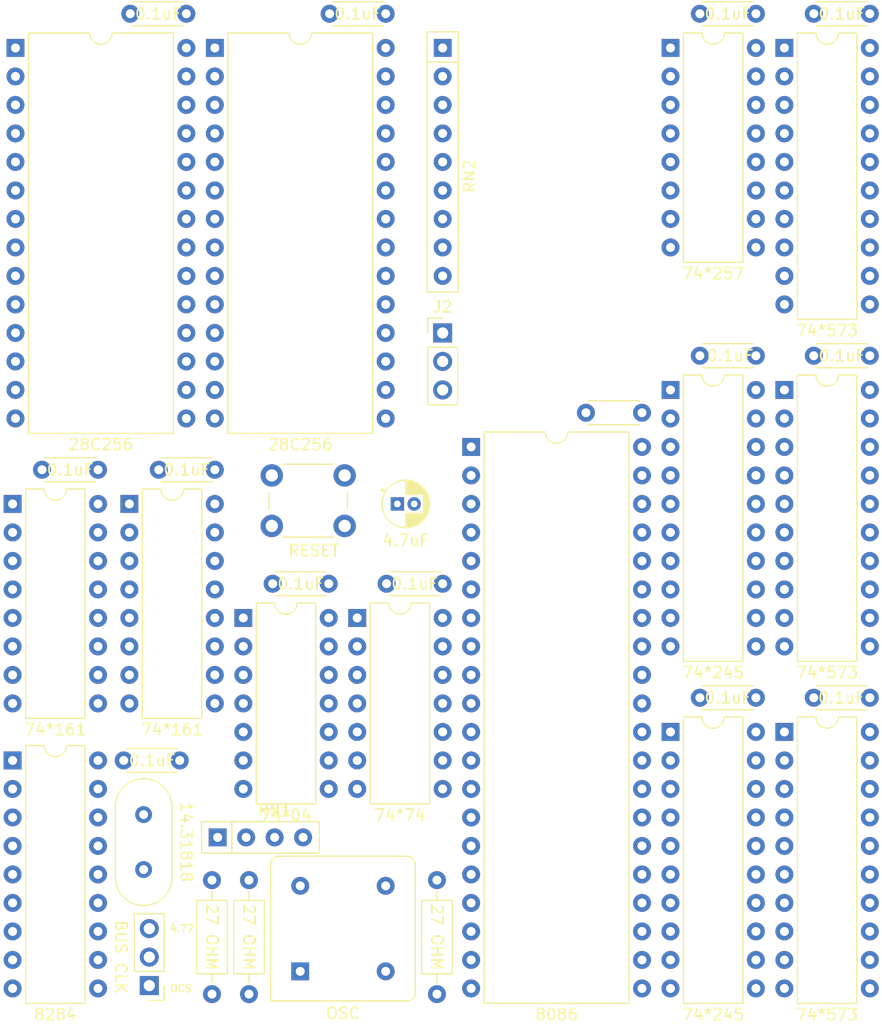
<source format=kicad_pcb>
(kicad_pcb (version 20171130) (host pcbnew "(5.1.8)-1")

  (general
    (thickness 1.6)
    (drawings 2)
    (tracks 0)
    (zones 0)
    (modules 39)
    (nets 138)
  )

  (page A4)
  (layers
    (0 F.Cu signal)
    (31 B.Cu signal)
    (32 B.Adhes user)
    (33 F.Adhes user)
    (34 B.Paste user)
    (35 F.Paste user)
    (36 B.SilkS user)
    (37 F.SilkS user)
    (38 B.Mask user)
    (39 F.Mask user)
    (40 Dwgs.User user)
    (41 Cmts.User user)
    (42 Eco1.User user)
    (43 Eco2.User user)
    (44 Edge.Cuts user)
    (45 Margin user)
    (46 B.CrtYd user)
    (47 F.CrtYd user)
    (48 B.Fab user)
    (49 F.Fab user)
  )

  (setup
    (last_trace_width 0.25)
    (trace_clearance 0.2)
    (zone_clearance 0.508)
    (zone_45_only no)
    (trace_min 0.2)
    (via_size 0.8)
    (via_drill 0.4)
    (via_min_size 0.4)
    (via_min_drill 0.3)
    (uvia_size 0.3)
    (uvia_drill 0.1)
    (uvias_allowed no)
    (uvia_min_size 0.2)
    (uvia_min_drill 0.1)
    (edge_width 0.05)
    (segment_width 0.2)
    (pcb_text_width 0.3)
    (pcb_text_size 1.5 1.5)
    (mod_edge_width 0.12)
    (mod_text_size 1 1)
    (mod_text_width 0.15)
    (pad_size 1.524 1.524)
    (pad_drill 0.762)
    (pad_to_mask_clearance 0)
    (aux_axis_origin 0 0)
    (visible_elements 7FFFFFFF)
    (pcbplotparams
      (layerselection 0x010fc_ffffffff)
      (usegerberextensions false)
      (usegerberattributes false)
      (usegerberadvancedattributes true)
      (creategerberjobfile true)
      (excludeedgelayer true)
      (linewidth 0.100000)
      (plotframeref false)
      (viasonmask false)
      (mode 1)
      (useauxorigin false)
      (hpglpennumber 1)
      (hpglpenspeed 20)
      (hpglpendiameter 15.000000)
      (psnegative false)
      (psa4output false)
      (plotreference true)
      (plotvalue true)
      (plotinvisibletext false)
      (padsonsilk false)
      (subtractmaskfromsilk false)
      (outputformat 1)
      (mirror false)
      (drillshape 0)
      (scaleselection 1)
      (outputdirectory "Gerber/"))
  )

  (net 0 "")
  (net 1 "Net-(X1-Pad1)")
  (net 2 /5+)
  (net 3 /GND)
  (net 4 "Net-(U3-Pad6)")
  (net 5 "Net-(U3-Pad5)")
  (net 6 "Net-(U3-Pad4)")
  (net 7 "Net-(U3-Pad3)")
  (net 8 /OSC_OUT)
  (net 9 /CLK161)
  (net 10 /ALE_)
  (net 11 /ALE)
  (net 12 /RDY_PULSE)
  (net 13 /Q3)
  (net 14 /Q2)
  (net 15 /Q1)
  (net 16 /Q0)
  (net 17 /RDY)
  (net 18 /AD6)
  (net 19 /AD7)
  (net 20 /A8)
  (net 21 /A9)
  (net 22 /A10)
  (net 23 /A11)
  (net 24 /A12)
  (net 25 /A13)
  (net 26 /A14)
  (net 27 /HOLD)
  (net 28 /RD)
  (net 29 /A19)
  (net 30 /A18)
  (net 31 /A17)
  (net 32 /A16)
  (net 33 /A15)
  (net 34 /INTR)
  (net 35 /NMI)
  (net 36 /AD0)
  (net 37 /AD1)
  (net 38 /AD2)
  (net 39 /AD3)
  (net 40 /AD4)
  (net 41 /AD5)
  (net 42 /HOLDA)
  (net 43 /WR)
  (net 44 /IOM)
  (net 45 /DTR)
  (net 46 /DEN)
  (net 47 /INTA)
  (net 48 /RESET)
  (net 49 /RCO)
  (net 50 /RESET_)
  (net 51 /CLK86)
  (net 52 /CLK_4.77)
  (net 53 /CLK4.77)
  (net 54 "Net-(RN1-Pad4)")
  (net 55 /RDY1)
  (net 56 "Net-(U1-Pad15)")
  (net 57 /Q4)
  (net 58 "Net-(U1-Pad6)")
  (net 59 /Q5)
  (net 60 "Net-(U1-Pad5)")
  (net 61 /Q6)
  (net 62 "Net-(U1-Pad4)")
  (net 63 /Q7)
  (net 64 "Net-(U1-Pad3)")
  (net 65 /RDY86_)
  (net 66 /RDY86)
  (net 67 /X1)
  (net 68 /X2)
  (net 69 "Net-(U5-Pad14)")
  (net 70 "Net-(U5-Pad12)")
  (net 71 "Net-(U5-Pad2)")
  (net 72 /AD15)
  (net 73 /BHE)
  (net 74 /AD8)
  (net 75 /AD9)
  (net 76 /AD10)
  (net 77 /AD11)
  (net 78 /AD12)
  (net 79 /AD13)
  (net 80 /AD14)
  (net 81 /A16P)
  (net 82 /A17P)
  (net 83 /A18P)
  (net 84 /A19P)
  (net 85 /BHEP)
  (net 86 /D7)
  (net 87 /D6)
  (net 88 /D5)
  (net 89 /D4)
  (net 90 /D3)
  (net 91 /D2)
  (net 92 /D1)
  (net 93 /D0)
  (net 94 /D15)
  (net 95 /D14)
  (net 96 /D13)
  (net 97 /D12)
  (net 98 /D11)
  (net 99 /D10)
  (net 100 /D9)
  (net 101 /D8)
  (net 102 /A7)
  (net 103 /A6)
  (net 104 /A5)
  (net 105 /A4)
  (net 106 /A3)
  (net 107 /A2)
  (net 108 /A1)
  (net 109 /A0)
  (net 110 "Net-(U11-Pad9)")
  (net 111 "Net-(U11-Pad8)")
  (net 112 "Net-(U11-Pad7)")
  (net 113 "Net-(U11-Pad14)")
  (net 114 "Net-(U11-Pad13)")
  (net 115 "Net-(U11-Pad12)")
  (net 116 /CONTROL_WR)
  (net 117 /CONTROL_IOM)
  (net 118 /CONTROL7)
  (net 119 /CONTROL6)
  (net 120 /CONTROL5)
  (net 121 /CONTROL_A0)
  (net 122 /CONTROL_RD)
  (net 123 /CTRL2)
  (net 124 /CTRL1)
  (net 125 /CTRL0)
  (net 126 /CTRL7)
  (net 127 /CTLR6)
  (net 128 /CTRL5)
  (net 129 /CTRL4)
  (net 130 /CTRL3)
  (net 131 /MRD)
  (net 132 /PU1)
  (net 133 /MWR)
  (net 134 /IORD)
  (net 135 /IOWR)
  (net 136 /BUS_CLK)
  (net 137 /BUS_STOP)

  (net_class Default "This is the default net class."
    (clearance 0.2)
    (trace_width 0.25)
    (via_dia 0.8)
    (via_drill 0.4)
    (uvia_dia 0.3)
    (uvia_drill 0.1)
    (add_net /5+)
    (add_net /A0)
    (add_net /A1)
    (add_net /A10)
    (add_net /A11)
    (add_net /A12)
    (add_net /A13)
    (add_net /A14)
    (add_net /A15)
    (add_net /A16)
    (add_net /A16P)
    (add_net /A17)
    (add_net /A17P)
    (add_net /A18)
    (add_net /A18P)
    (add_net /A19)
    (add_net /A19P)
    (add_net /A2)
    (add_net /A3)
    (add_net /A4)
    (add_net /A5)
    (add_net /A6)
    (add_net /A7)
    (add_net /A8)
    (add_net /A9)
    (add_net /AD0)
    (add_net /AD1)
    (add_net /AD10)
    (add_net /AD11)
    (add_net /AD12)
    (add_net /AD13)
    (add_net /AD14)
    (add_net /AD15)
    (add_net /AD2)
    (add_net /AD3)
    (add_net /AD4)
    (add_net /AD5)
    (add_net /AD6)
    (add_net /AD7)
    (add_net /AD8)
    (add_net /AD9)
    (add_net /ALE)
    (add_net /ALE_)
    (add_net /BHE)
    (add_net /BHEP)
    (add_net /BUS_CLK)
    (add_net /BUS_STOP)
    (add_net /CLK161)
    (add_net /CLK4.77)
    (add_net /CLK86)
    (add_net /CLK_4.77)
    (add_net /CONTROL5)
    (add_net /CONTROL6)
    (add_net /CONTROL7)
    (add_net /CONTROL_A0)
    (add_net /CONTROL_IOM)
    (add_net /CONTROL_RD)
    (add_net /CONTROL_WR)
    (add_net /CTLR6)
    (add_net /CTRL0)
    (add_net /CTRL1)
    (add_net /CTRL2)
    (add_net /CTRL3)
    (add_net /CTRL4)
    (add_net /CTRL5)
    (add_net /CTRL7)
    (add_net /D0)
    (add_net /D1)
    (add_net /D10)
    (add_net /D11)
    (add_net /D12)
    (add_net /D13)
    (add_net /D14)
    (add_net /D15)
    (add_net /D2)
    (add_net /D3)
    (add_net /D4)
    (add_net /D5)
    (add_net /D6)
    (add_net /D7)
    (add_net /D8)
    (add_net /D9)
    (add_net /DEN)
    (add_net /DTR)
    (add_net /GND)
    (add_net /HOLD)
    (add_net /HOLDA)
    (add_net /INTA)
    (add_net /INTR)
    (add_net /IOM)
    (add_net /IORD)
    (add_net /IOWR)
    (add_net /MRD)
    (add_net /MWR)
    (add_net /NMI)
    (add_net /OSC_OUT)
    (add_net /PU1)
    (add_net /Q0)
    (add_net /Q1)
    (add_net /Q2)
    (add_net /Q3)
    (add_net /Q4)
    (add_net /Q5)
    (add_net /Q6)
    (add_net /Q7)
    (add_net /RCO)
    (add_net /RD)
    (add_net /RDY)
    (add_net /RDY1)
    (add_net /RDY86)
    (add_net /RDY86_)
    (add_net /RDY_PULSE)
    (add_net /RESET)
    (add_net /RESET_)
    (add_net /WR)
    (add_net /X1)
    (add_net /X2)
    (add_net "Net-(RN1-Pad4)")
    (add_net "Net-(U1-Pad15)")
    (add_net "Net-(U1-Pad3)")
    (add_net "Net-(U1-Pad4)")
    (add_net "Net-(U1-Pad5)")
    (add_net "Net-(U1-Pad6)")
    (add_net "Net-(U11-Pad12)")
    (add_net "Net-(U11-Pad13)")
    (add_net "Net-(U11-Pad14)")
    (add_net "Net-(U11-Pad7)")
    (add_net "Net-(U11-Pad8)")
    (add_net "Net-(U11-Pad9)")
    (add_net "Net-(U3-Pad3)")
    (add_net "Net-(U3-Pad4)")
    (add_net "Net-(U3-Pad5)")
    (add_net "Net-(U3-Pad6)")
    (add_net "Net-(U5-Pad12)")
    (add_net "Net-(U5-Pad14)")
    (add_net "Net-(U5-Pad2)")
    (add_net "Net-(X1-Pad1)")
  )

  (module Connector_PinHeader_2.54mm:PinHeader_1x03_P2.54mm_Vertical (layer F.Cu) (tedit 59FED5CC) (tstamp 669BCF95)
    (at 66.04 66.04)
    (descr "Through hole straight pin header, 1x03, 2.54mm pitch, single row")
    (tags "Through hole pin header THT 1x03 2.54mm single row")
    (path /669BDBFA)
    (fp_text reference J2 (at 0 -2.33) (layer F.SilkS)
      (effects (font (size 1 1) (thickness 0.15)))
    )
    (fp_text value "BUS STOP" (at 0 7.41) (layer F.Fab)
      (effects (font (size 1 1) (thickness 0.15)))
    )
    (fp_text user %R (at 0 2.54 90) (layer F.Fab)
      (effects (font (size 1 1) (thickness 0.15)))
    )
    (fp_line (start -0.635 -1.27) (end 1.27 -1.27) (layer F.Fab) (width 0.1))
    (fp_line (start 1.27 -1.27) (end 1.27 6.35) (layer F.Fab) (width 0.1))
    (fp_line (start 1.27 6.35) (end -1.27 6.35) (layer F.Fab) (width 0.1))
    (fp_line (start -1.27 6.35) (end -1.27 -0.635) (layer F.Fab) (width 0.1))
    (fp_line (start -1.27 -0.635) (end -0.635 -1.27) (layer F.Fab) (width 0.1))
    (fp_line (start -1.33 6.41) (end 1.33 6.41) (layer F.SilkS) (width 0.12))
    (fp_line (start -1.33 1.27) (end -1.33 6.41) (layer F.SilkS) (width 0.12))
    (fp_line (start 1.33 1.27) (end 1.33 6.41) (layer F.SilkS) (width 0.12))
    (fp_line (start -1.33 1.27) (end 1.33 1.27) (layer F.SilkS) (width 0.12))
    (fp_line (start -1.33 0) (end -1.33 -1.33) (layer F.SilkS) (width 0.12))
    (fp_line (start -1.33 -1.33) (end 0 -1.33) (layer F.SilkS) (width 0.12))
    (fp_line (start -1.8 -1.8) (end -1.8 6.85) (layer F.CrtYd) (width 0.05))
    (fp_line (start -1.8 6.85) (end 1.8 6.85) (layer F.CrtYd) (width 0.05))
    (fp_line (start 1.8 6.85) (end 1.8 -1.8) (layer F.CrtYd) (width 0.05))
    (fp_line (start 1.8 -1.8) (end -1.8 -1.8) (layer F.CrtYd) (width 0.05))
    (pad 3 thru_hole oval (at 0 5.08) (size 1.7 1.7) (drill 1) (layers *.Cu *.Mask)
      (net 118 /CONTROL7))
    (pad 2 thru_hole oval (at 0 2.54) (size 1.7 1.7) (drill 1) (layers *.Cu *.Mask)
      (net 137 /BUS_STOP))
    (pad 1 thru_hole rect (at 0 0) (size 1.7 1.7) (drill 1) (layers *.Cu *.Mask)
      (net 65 /RDY86_))
    (model ${KISYS3DMOD}/Connector_PinHeader_2.54mm.3dshapes/PinHeader_1x03_P2.54mm_Vertical.wrl
      (at (xyz 0 0 0))
      (scale (xyz 1 1 1))
      (rotate (xyz 0 0 0))
    )
  )

  (module Crystal:Crystal_HC18-U_Vertical (layer F.Cu) (tedit 5A1AD3B7) (tstamp 669B9B4D)
    (at 39.37 108.966 270)
    (descr "Crystal THT HC-18/U, http://5hertz.com/pdfs/04404_D.pdf")
    (tags "THT crystalHC-18/U")
    (path /669D826E)
    (fp_text reference Y1 (at 2.45 -3.525 90) (layer F.SilkS) hide
      (effects (font (size 1 1) (thickness 0.15)))
    )
    (fp_text value 14.31818 (at 2.45 -3.81 270 unlocked) (layer F.SilkS)
      (effects (font (size 1 1) (thickness 0.15)))
    )
    (fp_line (start 8.4 -2.8) (end -3.5 -2.8) (layer F.CrtYd) (width 0.05))
    (fp_line (start 8.4 2.8) (end 8.4 -2.8) (layer F.CrtYd) (width 0.05))
    (fp_line (start -3.5 2.8) (end 8.4 2.8) (layer F.CrtYd) (width 0.05))
    (fp_line (start -3.5 -2.8) (end -3.5 2.8) (layer F.CrtYd) (width 0.05))
    (fp_line (start -0.675 2.525) (end 5.575 2.525) (layer F.SilkS) (width 0.12))
    (fp_line (start -0.675 -2.525) (end 5.575 -2.525) (layer F.SilkS) (width 0.12))
    (fp_line (start -0.55 2) (end 5.45 2) (layer F.Fab) (width 0.1))
    (fp_line (start -0.55 -2) (end 5.45 -2) (layer F.Fab) (width 0.1))
    (fp_line (start -0.675 2.325) (end 5.575 2.325) (layer F.Fab) (width 0.1))
    (fp_line (start -0.675 -2.325) (end 5.575 -2.325) (layer F.Fab) (width 0.1))
    (fp_arc (start 5.575 0) (end 5.575 -2.525) (angle 180) (layer F.SilkS) (width 0.12))
    (fp_arc (start -0.675 0) (end -0.675 -2.525) (angle -180) (layer F.SilkS) (width 0.12))
    (fp_arc (start 5.45 0) (end 5.45 -2) (angle 180) (layer F.Fab) (width 0.1))
    (fp_arc (start -0.55 0) (end -0.55 -2) (angle -180) (layer F.Fab) (width 0.1))
    (fp_arc (start 5.575 0) (end 5.575 -2.325) (angle 180) (layer F.Fab) (width 0.1))
    (fp_arc (start -0.675 0) (end -0.675 -2.325) (angle -180) (layer F.Fab) (width 0.1))
    (fp_text user %R (at 2.45 0 90) (layer F.Fab)
      (effects (font (size 1 1) (thickness 0.15)))
    )
    (pad 2 thru_hole circle (at 4.9 0 270) (size 1.5 1.5) (drill 0.8) (layers *.Cu *.Mask)
      (net 68 /X2))
    (pad 1 thru_hole circle (at 0 0 270) (size 1.5 1.5) (drill 0.8) (layers *.Cu *.Mask)
      (net 67 /X1))
    (model ${KISYS3DMOD}/Crystal.3dshapes/Crystal_HC18-U_Vertical.wrl
      (at (xyz 0 0 0))
      (scale (xyz 1 1 1))
      (rotate (xyz 0 0 0))
    )
  )

  (module Oscillator:Oscillator_DIP-8 (layer F.Cu) (tedit 58CD3344) (tstamp 669B9B36)
    (at 53.34 122.936)
    (descr "Oscillator, DIP8,http://cdn-reichelt.de/documents/datenblatt/B400/OSZI.pdf")
    (tags oscillator)
    (path /669ADBFE)
    (fp_text reference X1 (at 3.81 -11.26) (layer F.SilkS) hide
      (effects (font (size 1 1) (thickness 0.15)))
    )
    (fp_text value OSC (at 3.81 3.74) (layer F.SilkS)
      (effects (font (size 1 1) (thickness 0.15)))
    )
    (fp_line (start -2.54 2.54) (end -2.54 -9.51) (layer F.Fab) (width 0.1))
    (fp_line (start -1.89 -10.16) (end 9.51 -10.16) (layer F.Fab) (width 0.1))
    (fp_line (start 10.16 -9.51) (end 10.16 1.89) (layer F.Fab) (width 0.1))
    (fp_line (start -2.54 2.54) (end 9.51 2.54) (layer F.Fab) (width 0.1))
    (fp_line (start -2.64 2.64) (end 9.51 2.64) (layer F.SilkS) (width 0.12))
    (fp_line (start 10.26 1.89) (end 10.26 -9.51) (layer F.SilkS) (width 0.12))
    (fp_line (start 9.51 -10.26) (end -1.89 -10.26) (layer F.SilkS) (width 0.12))
    (fp_line (start -2.64 -9.51) (end -2.64 2.64) (layer F.SilkS) (width 0.12))
    (fp_line (start -1.54 1.54) (end 8.81 1.54) (layer F.Fab) (width 0.1))
    (fp_line (start -1.54 1.54) (end -1.54 -8.81) (layer F.Fab) (width 0.1))
    (fp_line (start -1.19 -9.16) (end 8.81 -9.16) (layer F.Fab) (width 0.1))
    (fp_line (start 9.16 1.19) (end 9.16 -8.81) (layer F.Fab) (width 0.1))
    (fp_line (start -2.79 2.79) (end 10.41 2.79) (layer F.CrtYd) (width 0.05))
    (fp_line (start -2.79 -10.41) (end -2.79 2.79) (layer F.CrtYd) (width 0.05))
    (fp_line (start 10.41 -10.41) (end -2.79 -10.41) (layer F.CrtYd) (width 0.05))
    (fp_line (start 10.41 2.79) (end 10.41 -10.41) (layer F.CrtYd) (width 0.05))
    (fp_arc (start -1.89 -9.51) (end -2.54 -9.51) (angle 90) (layer F.Fab) (width 0.1))
    (fp_arc (start 9.51 -9.51) (end 9.51 -10.16) (angle 90) (layer F.Fab) (width 0.1))
    (fp_arc (start 9.51 1.89) (end 10.16 1.89) (angle 90) (layer F.Fab) (width 0.1))
    (fp_arc (start -1.89 -9.51) (end -2.64 -9.51) (angle 90) (layer F.SilkS) (width 0.12))
    (fp_arc (start 9.51 -9.51) (end 9.51 -10.26) (angle 90) (layer F.SilkS) (width 0.12))
    (fp_arc (start 9.51 1.89) (end 10.26 1.89) (angle 90) (layer F.SilkS) (width 0.12))
    (fp_arc (start -1.19 -8.81) (end -1.54 -8.81) (angle 90) (layer F.Fab) (width 0.1))
    (fp_arc (start 8.81 -8.81) (end 8.81 -9.16) (angle 90) (layer F.Fab) (width 0.1))
    (fp_arc (start 8.81 1.19) (end 9.16 1.19) (angle 90) (layer F.Fab) (width 0.1))
    (fp_text user %R (at 3.81 -3.81) (layer F.Fab)
      (effects (font (size 1 1) (thickness 0.15)))
    )
    (pad 4 thru_hole circle (at 7.62 0) (size 1.6 1.6) (drill 0.8) (layers *.Cu *.Mask)
      (net 3 /GND))
    (pad 5 thru_hole circle (at 7.62 -7.62) (size 1.6 1.6) (drill 0.8) (layers *.Cu *.Mask)
      (net 8 /OSC_OUT))
    (pad 8 thru_hole circle (at 0 -7.62) (size 1.6 1.6) (drill 0.8) (layers *.Cu *.Mask)
      (net 2 /5+))
    (pad 1 thru_hole rect (at 0 0) (size 1.6 1.6) (drill 0.8) (layers *.Cu *.Mask)
      (net 1 "Net-(X1-Pad1)"))
    (model ${KISYS3DMOD}/Oscillator.3dshapes/Oscillator_DIP-8.wrl
      (at (xyz 0 0 0))
      (scale (xyz 1 1 1))
      (rotate (xyz 0 0 0))
    )
  )

  (module Package_DIP:DIP-16_W7.62mm (layer F.Cu) (tedit 5A02E8C5) (tstamp 669B9B14)
    (at 86.36 40.64)
    (descr "16-lead though-hole mounted DIP package, row spacing 7.62 mm (300 mils)")
    (tags "THT DIP DIL PDIP 2.54mm 7.62mm 300mil")
    (path /66A38989)
    (fp_text reference U14 (at 3.81 -2.33) (layer F.SilkS) hide
      (effects (font (size 1 1) (thickness 0.15)))
    )
    (fp_text value 74*257 (at 3.81 20.11) (layer F.SilkS)
      (effects (font (size 1 1) (thickness 0.15)))
    )
    (fp_line (start 8.7 -1.55) (end -1.1 -1.55) (layer F.CrtYd) (width 0.05))
    (fp_line (start 8.7 19.3) (end 8.7 -1.55) (layer F.CrtYd) (width 0.05))
    (fp_line (start -1.1 19.3) (end 8.7 19.3) (layer F.CrtYd) (width 0.05))
    (fp_line (start -1.1 -1.55) (end -1.1 19.3) (layer F.CrtYd) (width 0.05))
    (fp_line (start 6.46 -1.33) (end 4.81 -1.33) (layer F.SilkS) (width 0.12))
    (fp_line (start 6.46 19.11) (end 6.46 -1.33) (layer F.SilkS) (width 0.12))
    (fp_line (start 1.16 19.11) (end 6.46 19.11) (layer F.SilkS) (width 0.12))
    (fp_line (start 1.16 -1.33) (end 1.16 19.11) (layer F.SilkS) (width 0.12))
    (fp_line (start 2.81 -1.33) (end 1.16 -1.33) (layer F.SilkS) (width 0.12))
    (fp_line (start 0.635 -0.27) (end 1.635 -1.27) (layer F.Fab) (width 0.1))
    (fp_line (start 0.635 19.05) (end 0.635 -0.27) (layer F.Fab) (width 0.1))
    (fp_line (start 6.985 19.05) (end 0.635 19.05) (layer F.Fab) (width 0.1))
    (fp_line (start 6.985 -1.27) (end 6.985 19.05) (layer F.Fab) (width 0.1))
    (fp_line (start 1.635 -1.27) (end 6.985 -1.27) (layer F.Fab) (width 0.1))
    (fp_text user %R (at 3.81 8.89) (layer F.Fab)
      (effects (font (size 1 1) (thickness 0.15)))
    )
    (fp_arc (start 3.81 -1.33) (end 2.81 -1.33) (angle -180) (layer F.SilkS) (width 0.12))
    (pad 16 thru_hole oval (at 7.62 0) (size 1.6 1.6) (drill 0.8) (layers *.Cu *.Mask)
      (net 2 /5+))
    (pad 8 thru_hole oval (at 0 17.78) (size 1.6 1.6) (drill 0.8) (layers *.Cu *.Mask)
      (net 3 /GND))
    (pad 15 thru_hole oval (at 7.62 2.54) (size 1.6 1.6) (drill 0.8) (layers *.Cu *.Mask)
      (net 42 /HOLDA))
    (pad 7 thru_hole oval (at 0 15.24) (size 1.6 1.6) (drill 0.8) (layers *.Cu *.Mask)
      (net 131 /MRD))
    (pad 14 thru_hole oval (at 7.62 5.08) (size 1.6 1.6) (drill 0.8) (layers *.Cu *.Mask)
      (net 132 /PU1))
    (pad 6 thru_hole oval (at 0 12.7) (size 1.6 1.6) (drill 0.8) (layers *.Cu *.Mask)
      (net 122 /CONTROL_RD))
    (pad 13 thru_hole oval (at 7.62 7.62) (size 1.6 1.6) (drill 0.8) (layers *.Cu *.Mask)
      (net 116 /CONTROL_WR))
    (pad 5 thru_hole oval (at 0 10.16) (size 1.6 1.6) (drill 0.8) (layers *.Cu *.Mask)
      (net 132 /PU1))
    (pad 12 thru_hole oval (at 7.62 10.16) (size 1.6 1.6) (drill 0.8) (layers *.Cu *.Mask)
      (net 133 /MWR))
    (pad 4 thru_hole oval (at 0 7.62) (size 1.6 1.6) (drill 0.8) (layers *.Cu *.Mask)
      (net 134 /IORD))
    (pad 11 thru_hole oval (at 7.62 12.7) (size 1.6 1.6) (drill 0.8) (layers *.Cu *.Mask)
      (net 116 /CONTROL_WR))
    (pad 3 thru_hole oval (at 0 5.08) (size 1.6 1.6) (drill 0.8) (layers *.Cu *.Mask)
      (net 132 /PU1))
    (pad 10 thru_hole oval (at 7.62 15.24) (size 1.6 1.6) (drill 0.8) (layers *.Cu *.Mask)
      (net 132 /PU1))
    (pad 2 thru_hole oval (at 0 2.54) (size 1.6 1.6) (drill 0.8) (layers *.Cu *.Mask)
      (net 122 /CONTROL_RD))
    (pad 9 thru_hole oval (at 7.62 17.78) (size 1.6 1.6) (drill 0.8) (layers *.Cu *.Mask)
      (net 135 /IOWR))
    (pad 1 thru_hole rect (at 0 0) (size 1.6 1.6) (drill 0.8) (layers *.Cu *.Mask)
      (net 117 /CONTROL_IOM))
    (model ${KISYS3DMOD}/Package_DIP.3dshapes/DIP-16_W7.62mm.wrl
      (at (xyz 0 0 0))
      (scale (xyz 1 1 1))
      (rotate (xyz 0 0 0))
    )
  )

  (module Package_DIP:DIP-28_W15.24mm (layer F.Cu) (tedit 5A02E8C5) (tstamp 669B9AF0)
    (at 45.72 40.64)
    (descr "28-lead though-hole mounted DIP package, row spacing 15.24 mm (600 mils)")
    (tags "THT DIP DIL PDIP 2.54mm 15.24mm 600mil")
    (path /66A36FD5)
    (fp_text reference U13 (at 7.62 -2.33) (layer F.SilkS) hide
      (effects (font (size 1 1) (thickness 0.15)))
    )
    (fp_text value 28C256 (at 7.62 35.35) (layer F.SilkS)
      (effects (font (size 1 1) (thickness 0.15)))
    )
    (fp_line (start 16.3 -1.55) (end -1.05 -1.55) (layer F.CrtYd) (width 0.05))
    (fp_line (start 16.3 34.55) (end 16.3 -1.55) (layer F.CrtYd) (width 0.05))
    (fp_line (start -1.05 34.55) (end 16.3 34.55) (layer F.CrtYd) (width 0.05))
    (fp_line (start -1.05 -1.55) (end -1.05 34.55) (layer F.CrtYd) (width 0.05))
    (fp_line (start 14.08 -1.33) (end 8.62 -1.33) (layer F.SilkS) (width 0.12))
    (fp_line (start 14.08 34.35) (end 14.08 -1.33) (layer F.SilkS) (width 0.12))
    (fp_line (start 1.16 34.35) (end 14.08 34.35) (layer F.SilkS) (width 0.12))
    (fp_line (start 1.16 -1.33) (end 1.16 34.35) (layer F.SilkS) (width 0.12))
    (fp_line (start 6.62 -1.33) (end 1.16 -1.33) (layer F.SilkS) (width 0.12))
    (fp_line (start 0.255 -0.27) (end 1.255 -1.27) (layer F.Fab) (width 0.1))
    (fp_line (start 0.255 34.29) (end 0.255 -0.27) (layer F.Fab) (width 0.1))
    (fp_line (start 14.985 34.29) (end 0.255 34.29) (layer F.Fab) (width 0.1))
    (fp_line (start 14.985 -1.27) (end 14.985 34.29) (layer F.Fab) (width 0.1))
    (fp_line (start 1.255 -1.27) (end 14.985 -1.27) (layer F.Fab) (width 0.1))
    (fp_text user %R (at 7.62 16.51) (layer F.Fab)
      (effects (font (size 1 1) (thickness 0.15)))
    )
    (fp_arc (start 7.62 -1.33) (end 6.62 -1.33) (angle -180) (layer F.SilkS) (width 0.12))
    (pad 28 thru_hole oval (at 15.24 0) (size 1.6 1.6) (drill 0.8) (layers *.Cu *.Mask)
      (net 2 /5+))
    (pad 14 thru_hole oval (at 0 33.02) (size 1.6 1.6) (drill 0.8) (layers *.Cu *.Mask)
      (net 3 /GND))
    (pad 27 thru_hole oval (at 15.24 2.54) (size 1.6 1.6) (drill 0.8) (layers *.Cu *.Mask)
      (net 2 /5+))
    (pad 13 thru_hole oval (at 0 30.48) (size 1.6 1.6) (drill 0.8) (layers *.Cu *.Mask)
      (net 123 /CTRL2))
    (pad 26 thru_hole oval (at 15.24 5.08) (size 1.6 1.6) (drill 0.8) (layers *.Cu *.Mask)
      (net 3 /GND))
    (pad 12 thru_hole oval (at 0 27.94) (size 1.6 1.6) (drill 0.8) (layers *.Cu *.Mask)
      (net 124 /CTRL1))
    (pad 25 thru_hole oval (at 15.24 7.62) (size 1.6 1.6) (drill 0.8) (layers *.Cu *.Mask)
      (net 45 /DTR))
    (pad 11 thru_hole oval (at 0 25.4) (size 1.6 1.6) (drill 0.8) (layers *.Cu *.Mask)
      (net 125 /CTRL0))
    (pad 24 thru_hole oval (at 15.24 10.16) (size 1.6 1.6) (drill 0.8) (layers *.Cu *.Mask)
      (net 44 /IOM))
    (pad 10 thru_hole oval (at 0 22.86) (size 1.6 1.6) (drill 0.8) (layers *.Cu *.Mask)
      (net 16 /Q0))
    (pad 23 thru_hole oval (at 15.24 12.7) (size 1.6 1.6) (drill 0.8) (layers *.Cu *.Mask)
      (net 73 /BHE))
    (pad 9 thru_hole oval (at 0 20.32) (size 1.6 1.6) (drill 0.8) (layers *.Cu *.Mask)
      (net 15 /Q1))
    (pad 22 thru_hole oval (at 15.24 15.24) (size 1.6 1.6) (drill 0.8) (layers *.Cu *.Mask)
      (net 3 /GND))
    (pad 8 thru_hole oval (at 0 17.78) (size 1.6 1.6) (drill 0.8) (layers *.Cu *.Mask)
      (net 14 /Q2))
    (pad 21 thru_hole oval (at 15.24 17.78) (size 1.6 1.6) (drill 0.8) (layers *.Cu *.Mask)
      (net 109 /A0))
    (pad 7 thru_hole oval (at 0 15.24) (size 1.6 1.6) (drill 0.8) (layers *.Cu *.Mask)
      (net 13 /Q3))
    (pad 20 thru_hole oval (at 15.24 20.32) (size 1.6 1.6) (drill 0.8) (layers *.Cu *.Mask)
      (net 3 /GND))
    (pad 6 thru_hole oval (at 0 12.7) (size 1.6 1.6) (drill 0.8) (layers *.Cu *.Mask)
      (net 57 /Q4))
    (pad 19 thru_hole oval (at 15.24 22.86) (size 1.6 1.6) (drill 0.8) (layers *.Cu *.Mask)
      (net 126 /CTRL7))
    (pad 5 thru_hole oval (at 0 10.16) (size 1.6 1.6) (drill 0.8) (layers *.Cu *.Mask)
      (net 59 /Q5))
    (pad 18 thru_hole oval (at 15.24 25.4) (size 1.6 1.6) (drill 0.8) (layers *.Cu *.Mask)
      (net 127 /CTLR6))
    (pad 4 thru_hole oval (at 0 7.62) (size 1.6 1.6) (drill 0.8) (layers *.Cu *.Mask)
      (net 61 /Q6))
    (pad 17 thru_hole oval (at 15.24 27.94) (size 1.6 1.6) (drill 0.8) (layers *.Cu *.Mask)
      (net 128 /CTRL5))
    (pad 3 thru_hole oval (at 0 5.08) (size 1.6 1.6) (drill 0.8) (layers *.Cu *.Mask)
      (net 63 /Q7))
    (pad 16 thru_hole oval (at 15.24 30.48) (size 1.6 1.6) (drill 0.8) (layers *.Cu *.Mask)
      (net 129 /CTRL4))
    (pad 2 thru_hole oval (at 0 2.54) (size 1.6 1.6) (drill 0.8) (layers *.Cu *.Mask)
      (net 47 /INTA))
    (pad 15 thru_hole oval (at 15.24 33.02) (size 1.6 1.6) (drill 0.8) (layers *.Cu *.Mask)
      (net 130 /CTRL3))
    (pad 1 thru_hole rect (at 0 0) (size 1.6 1.6) (drill 0.8) (layers *.Cu *.Mask)
      (net 3 /GND))
    (model ${KISYS3DMOD}/Package_DIP.3dshapes/DIP-28_W15.24mm.wrl
      (at (xyz 0 0 0))
      (scale (xyz 1 1 1))
      (rotate (xyz 0 0 0))
    )
  )

  (module Package_DIP:DIP-28_W15.24mm (layer F.Cu) (tedit 5A02E8C5) (tstamp 669B9AC0)
    (at 27.94 40.64)
    (descr "28-lead though-hole mounted DIP package, row spacing 15.24 mm (600 mils)")
    (tags "THT DIP DIL PDIP 2.54mm 15.24mm 600mil")
    (path /66A30E8A)
    (fp_text reference U12 (at 7.62 -2.33) (layer F.SilkS) hide
      (effects (font (size 1 1) (thickness 0.15)))
    )
    (fp_text value 28C256 (at 7.62 35.35) (layer F.SilkS)
      (effects (font (size 1 1) (thickness 0.15)))
    )
    (fp_line (start 16.3 -1.55) (end -1.05 -1.55) (layer F.CrtYd) (width 0.05))
    (fp_line (start 16.3 34.55) (end 16.3 -1.55) (layer F.CrtYd) (width 0.05))
    (fp_line (start -1.05 34.55) (end 16.3 34.55) (layer F.CrtYd) (width 0.05))
    (fp_line (start -1.05 -1.55) (end -1.05 34.55) (layer F.CrtYd) (width 0.05))
    (fp_line (start 14.08 -1.33) (end 8.62 -1.33) (layer F.SilkS) (width 0.12))
    (fp_line (start 14.08 34.35) (end 14.08 -1.33) (layer F.SilkS) (width 0.12))
    (fp_line (start 1.16 34.35) (end 14.08 34.35) (layer F.SilkS) (width 0.12))
    (fp_line (start 1.16 -1.33) (end 1.16 34.35) (layer F.SilkS) (width 0.12))
    (fp_line (start 6.62 -1.33) (end 1.16 -1.33) (layer F.SilkS) (width 0.12))
    (fp_line (start 0.255 -0.27) (end 1.255 -1.27) (layer F.Fab) (width 0.1))
    (fp_line (start 0.255 34.29) (end 0.255 -0.27) (layer F.Fab) (width 0.1))
    (fp_line (start 14.985 34.29) (end 0.255 34.29) (layer F.Fab) (width 0.1))
    (fp_line (start 14.985 -1.27) (end 14.985 34.29) (layer F.Fab) (width 0.1))
    (fp_line (start 1.255 -1.27) (end 14.985 -1.27) (layer F.Fab) (width 0.1))
    (fp_text user %R (at 7.62 16.51) (layer F.Fab)
      (effects (font (size 1 1) (thickness 0.15)))
    )
    (fp_arc (start 7.62 -1.33) (end 6.62 -1.33) (angle -180) (layer F.SilkS) (width 0.12))
    (pad 28 thru_hole oval (at 15.24 0) (size 1.6 1.6) (drill 0.8) (layers *.Cu *.Mask)
      (net 2 /5+))
    (pad 14 thru_hole oval (at 0 33.02) (size 1.6 1.6) (drill 0.8) (layers *.Cu *.Mask)
      (net 3 /GND))
    (pad 27 thru_hole oval (at 15.24 2.54) (size 1.6 1.6) (drill 0.8) (layers *.Cu *.Mask)
      (net 2 /5+))
    (pad 13 thru_hole oval (at 0 30.48) (size 1.6 1.6) (drill 0.8) (layers *.Cu *.Mask)
      (net 116 /CONTROL_WR))
    (pad 26 thru_hole oval (at 15.24 5.08) (size 1.6 1.6) (drill 0.8) (layers *.Cu *.Mask)
      (net 3 /GND))
    (pad 12 thru_hole oval (at 0 27.94) (size 1.6 1.6) (drill 0.8) (layers *.Cu *.Mask)
      (net 117 /CONTROL_IOM))
    (pad 25 thru_hole oval (at 15.24 7.62) (size 1.6 1.6) (drill 0.8) (layers *.Cu *.Mask)
      (net 45 /DTR))
    (pad 11 thru_hole oval (at 0 25.4) (size 1.6 1.6) (drill 0.8) (layers *.Cu *.Mask)
      (net 12 /RDY_PULSE))
    (pad 24 thru_hole oval (at 15.24 10.16) (size 1.6 1.6) (drill 0.8) (layers *.Cu *.Mask)
      (net 44 /IOM))
    (pad 10 thru_hole oval (at 0 22.86) (size 1.6 1.6) (drill 0.8) (layers *.Cu *.Mask)
      (net 16 /Q0))
    (pad 23 thru_hole oval (at 15.24 12.7) (size 1.6 1.6) (drill 0.8) (layers *.Cu *.Mask)
      (net 73 /BHE))
    (pad 9 thru_hole oval (at 0 20.32) (size 1.6 1.6) (drill 0.8) (layers *.Cu *.Mask)
      (net 15 /Q1))
    (pad 22 thru_hole oval (at 15.24 15.24) (size 1.6 1.6) (drill 0.8) (layers *.Cu *.Mask)
      (net 3 /GND))
    (pad 8 thru_hole oval (at 0 17.78) (size 1.6 1.6) (drill 0.8) (layers *.Cu *.Mask)
      (net 14 /Q2))
    (pad 21 thru_hole oval (at 15.24 17.78) (size 1.6 1.6) (drill 0.8) (layers *.Cu *.Mask)
      (net 109 /A0))
    (pad 7 thru_hole oval (at 0 15.24) (size 1.6 1.6) (drill 0.8) (layers *.Cu *.Mask)
      (net 13 /Q3))
    (pad 20 thru_hole oval (at 15.24 20.32) (size 1.6 1.6) (drill 0.8) (layers *.Cu *.Mask)
      (net 3 /GND))
    (pad 6 thru_hole oval (at 0 12.7) (size 1.6 1.6) (drill 0.8) (layers *.Cu *.Mask)
      (net 57 /Q4))
    (pad 19 thru_hole oval (at 15.24 22.86) (size 1.6 1.6) (drill 0.8) (layers *.Cu *.Mask)
      (net 118 /CONTROL7))
    (pad 5 thru_hole oval (at 0 10.16) (size 1.6 1.6) (drill 0.8) (layers *.Cu *.Mask)
      (net 59 /Q5))
    (pad 18 thru_hole oval (at 15.24 25.4) (size 1.6 1.6) (drill 0.8) (layers *.Cu *.Mask)
      (net 119 /CONTROL6))
    (pad 4 thru_hole oval (at 0 7.62) (size 1.6 1.6) (drill 0.8) (layers *.Cu *.Mask)
      (net 61 /Q6))
    (pad 17 thru_hole oval (at 15.24 27.94) (size 1.6 1.6) (drill 0.8) (layers *.Cu *.Mask)
      (net 120 /CONTROL5))
    (pad 3 thru_hole oval (at 0 5.08) (size 1.6 1.6) (drill 0.8) (layers *.Cu *.Mask)
      (net 63 /Q7))
    (pad 16 thru_hole oval (at 15.24 30.48) (size 1.6 1.6) (drill 0.8) (layers *.Cu *.Mask)
      (net 121 /CONTROL_A0))
    (pad 2 thru_hole oval (at 0 2.54) (size 1.6 1.6) (drill 0.8) (layers *.Cu *.Mask)
      (net 47 /INTA))
    (pad 15 thru_hole oval (at 15.24 33.02) (size 1.6 1.6) (drill 0.8) (layers *.Cu *.Mask)
      (net 122 /CONTROL_RD))
    (pad 1 thru_hole rect (at 0 0) (size 1.6 1.6) (drill 0.8) (layers *.Cu *.Mask)
      (net 3 /GND))
    (model ${KISYS3DMOD}/Package_DIP.3dshapes/DIP-28_W15.24mm.wrl
      (at (xyz 0 0 0))
      (scale (xyz 1 1 1))
      (rotate (xyz 0 0 0))
    )
  )

  (module Package_DIP:DIP-20_W7.62mm (layer F.Cu) (tedit 5A02E8C5) (tstamp 669B9A90)
    (at 96.52 40.64)
    (descr "20-lead though-hole mounted DIP package, row spacing 7.62 mm (300 mils)")
    (tags "THT DIP DIL PDIP 2.54mm 7.62mm 300mil")
    (path /66A06741)
    (fp_text reference U11 (at 3.81 -2.33) (layer F.SilkS) hide
      (effects (font (size 1 1) (thickness 0.15)))
    )
    (fp_text value 74*573 (at 3.81 25.19) (layer F.SilkS)
      (effects (font (size 1 1) (thickness 0.15)))
    )
    (fp_line (start 8.7 -1.55) (end -1.1 -1.55) (layer F.CrtYd) (width 0.05))
    (fp_line (start 8.7 24.4) (end 8.7 -1.55) (layer F.CrtYd) (width 0.05))
    (fp_line (start -1.1 24.4) (end 8.7 24.4) (layer F.CrtYd) (width 0.05))
    (fp_line (start -1.1 -1.55) (end -1.1 24.4) (layer F.CrtYd) (width 0.05))
    (fp_line (start 6.46 -1.33) (end 4.81 -1.33) (layer F.SilkS) (width 0.12))
    (fp_line (start 6.46 24.19) (end 6.46 -1.33) (layer F.SilkS) (width 0.12))
    (fp_line (start 1.16 24.19) (end 6.46 24.19) (layer F.SilkS) (width 0.12))
    (fp_line (start 1.16 -1.33) (end 1.16 24.19) (layer F.SilkS) (width 0.12))
    (fp_line (start 2.81 -1.33) (end 1.16 -1.33) (layer F.SilkS) (width 0.12))
    (fp_line (start 0.635 -0.27) (end 1.635 -1.27) (layer F.Fab) (width 0.1))
    (fp_line (start 0.635 24.13) (end 0.635 -0.27) (layer F.Fab) (width 0.1))
    (fp_line (start 6.985 24.13) (end 0.635 24.13) (layer F.Fab) (width 0.1))
    (fp_line (start 6.985 -1.27) (end 6.985 24.13) (layer F.Fab) (width 0.1))
    (fp_line (start 1.635 -1.27) (end 6.985 -1.27) (layer F.Fab) (width 0.1))
    (fp_text user %R (at 3.81 11.43) (layer F.Fab)
      (effects (font (size 1 1) (thickness 0.15)))
    )
    (fp_arc (start 3.81 -1.33) (end 2.81 -1.33) (angle -180) (layer F.SilkS) (width 0.12))
    (pad 20 thru_hole oval (at 7.62 0) (size 1.6 1.6) (drill 0.8) (layers *.Cu *.Mask)
      (net 2 /5+))
    (pad 10 thru_hole oval (at 0 22.86) (size 1.6 1.6) (drill 0.8) (layers *.Cu *.Mask)
      (net 3 /GND))
    (pad 19 thru_hole oval (at 7.62 2.54) (size 1.6 1.6) (drill 0.8) (layers *.Cu *.Mask)
      (net 32 /A16))
    (pad 9 thru_hole oval (at 0 20.32) (size 1.6 1.6) (drill 0.8) (layers *.Cu *.Mask)
      (net 110 "Net-(U11-Pad9)"))
    (pad 18 thru_hole oval (at 7.62 5.08) (size 1.6 1.6) (drill 0.8) (layers *.Cu *.Mask)
      (net 31 /A17))
    (pad 8 thru_hole oval (at 0 17.78) (size 1.6 1.6) (drill 0.8) (layers *.Cu *.Mask)
      (net 111 "Net-(U11-Pad8)"))
    (pad 17 thru_hole oval (at 7.62 7.62) (size 1.6 1.6) (drill 0.8) (layers *.Cu *.Mask)
      (net 30 /A18))
    (pad 7 thru_hole oval (at 0 15.24) (size 1.6 1.6) (drill 0.8) (layers *.Cu *.Mask)
      (net 112 "Net-(U11-Pad7)"))
    (pad 16 thru_hole oval (at 7.62 10.16) (size 1.6 1.6) (drill 0.8) (layers *.Cu *.Mask)
      (net 29 /A19))
    (pad 6 thru_hole oval (at 0 12.7) (size 1.6 1.6) (drill 0.8) (layers *.Cu *.Mask)
      (net 85 /BHEP))
    (pad 15 thru_hole oval (at 7.62 12.7) (size 1.6 1.6) (drill 0.8) (layers *.Cu *.Mask)
      (net 73 /BHE))
    (pad 5 thru_hole oval (at 0 10.16) (size 1.6 1.6) (drill 0.8) (layers *.Cu *.Mask)
      (net 84 /A19P))
    (pad 14 thru_hole oval (at 7.62 15.24) (size 1.6 1.6) (drill 0.8) (layers *.Cu *.Mask)
      (net 113 "Net-(U11-Pad14)"))
    (pad 4 thru_hole oval (at 0 7.62) (size 1.6 1.6) (drill 0.8) (layers *.Cu *.Mask)
      (net 83 /A18P))
    (pad 13 thru_hole oval (at 7.62 17.78) (size 1.6 1.6) (drill 0.8) (layers *.Cu *.Mask)
      (net 114 "Net-(U11-Pad13)"))
    (pad 3 thru_hole oval (at 0 5.08) (size 1.6 1.6) (drill 0.8) (layers *.Cu *.Mask)
      (net 82 /A17P))
    (pad 12 thru_hole oval (at 7.62 20.32) (size 1.6 1.6) (drill 0.8) (layers *.Cu *.Mask)
      (net 115 "Net-(U11-Pad12)"))
    (pad 2 thru_hole oval (at 0 2.54) (size 1.6 1.6) (drill 0.8) (layers *.Cu *.Mask)
      (net 81 /A16P))
    (pad 11 thru_hole oval (at 7.62 22.86) (size 1.6 1.6) (drill 0.8) (layers *.Cu *.Mask)
      (net 11 /ALE))
    (pad 1 thru_hole rect (at 0 0) (size 1.6 1.6) (drill 0.8) (layers *.Cu *.Mask)
      (net 42 /HOLDA))
    (model ${KISYS3DMOD}/Package_DIP.3dshapes/DIP-20_W7.62mm.wrl
      (at (xyz 0 0 0))
      (scale (xyz 1 1 1))
      (rotate (xyz 0 0 0))
    )
  )

  (module Package_DIP:DIP-20_W7.62mm (layer F.Cu) (tedit 5A02E8C5) (tstamp 669B9A68)
    (at 96.52 71.12)
    (descr "20-lead though-hole mounted DIP package, row spacing 7.62 mm (300 mils)")
    (tags "THT DIP DIL PDIP 2.54mm 7.62mm 300mil")
    (path /66A05E10)
    (fp_text reference U10 (at 3.81 -2.33) (layer F.SilkS) hide
      (effects (font (size 1 1) (thickness 0.15)))
    )
    (fp_text value 74*573 (at 3.81 25.19) (layer F.SilkS)
      (effects (font (size 1 1) (thickness 0.15)))
    )
    (fp_line (start 8.7 -1.55) (end -1.1 -1.55) (layer F.CrtYd) (width 0.05))
    (fp_line (start 8.7 24.4) (end 8.7 -1.55) (layer F.CrtYd) (width 0.05))
    (fp_line (start -1.1 24.4) (end 8.7 24.4) (layer F.CrtYd) (width 0.05))
    (fp_line (start -1.1 -1.55) (end -1.1 24.4) (layer F.CrtYd) (width 0.05))
    (fp_line (start 6.46 -1.33) (end 4.81 -1.33) (layer F.SilkS) (width 0.12))
    (fp_line (start 6.46 24.19) (end 6.46 -1.33) (layer F.SilkS) (width 0.12))
    (fp_line (start 1.16 24.19) (end 6.46 24.19) (layer F.SilkS) (width 0.12))
    (fp_line (start 1.16 -1.33) (end 1.16 24.19) (layer F.SilkS) (width 0.12))
    (fp_line (start 2.81 -1.33) (end 1.16 -1.33) (layer F.SilkS) (width 0.12))
    (fp_line (start 0.635 -0.27) (end 1.635 -1.27) (layer F.Fab) (width 0.1))
    (fp_line (start 0.635 24.13) (end 0.635 -0.27) (layer F.Fab) (width 0.1))
    (fp_line (start 6.985 24.13) (end 0.635 24.13) (layer F.Fab) (width 0.1))
    (fp_line (start 6.985 -1.27) (end 6.985 24.13) (layer F.Fab) (width 0.1))
    (fp_line (start 1.635 -1.27) (end 6.985 -1.27) (layer F.Fab) (width 0.1))
    (fp_text user %R (at 3.81 11.43) (layer F.Fab)
      (effects (font (size 1 1) (thickness 0.15)))
    )
    (fp_arc (start 3.81 -1.33) (end 2.81 -1.33) (angle -180) (layer F.SilkS) (width 0.12))
    (pad 20 thru_hole oval (at 7.62 0) (size 1.6 1.6) (drill 0.8) (layers *.Cu *.Mask)
      (net 2 /5+))
    (pad 10 thru_hole oval (at 0 22.86) (size 1.6 1.6) (drill 0.8) (layers *.Cu *.Mask)
      (net 3 /GND))
    (pad 19 thru_hole oval (at 7.62 2.54) (size 1.6 1.6) (drill 0.8) (layers *.Cu *.Mask)
      (net 33 /A15))
    (pad 9 thru_hole oval (at 0 20.32) (size 1.6 1.6) (drill 0.8) (layers *.Cu *.Mask)
      (net 74 /AD8))
    (pad 18 thru_hole oval (at 7.62 5.08) (size 1.6 1.6) (drill 0.8) (layers *.Cu *.Mask)
      (net 26 /A14))
    (pad 8 thru_hole oval (at 0 17.78) (size 1.6 1.6) (drill 0.8) (layers *.Cu *.Mask)
      (net 75 /AD9))
    (pad 17 thru_hole oval (at 7.62 7.62) (size 1.6 1.6) (drill 0.8) (layers *.Cu *.Mask)
      (net 25 /A13))
    (pad 7 thru_hole oval (at 0 15.24) (size 1.6 1.6) (drill 0.8) (layers *.Cu *.Mask)
      (net 76 /AD10))
    (pad 16 thru_hole oval (at 7.62 10.16) (size 1.6 1.6) (drill 0.8) (layers *.Cu *.Mask)
      (net 24 /A12))
    (pad 6 thru_hole oval (at 0 12.7) (size 1.6 1.6) (drill 0.8) (layers *.Cu *.Mask)
      (net 77 /AD11))
    (pad 15 thru_hole oval (at 7.62 12.7) (size 1.6 1.6) (drill 0.8) (layers *.Cu *.Mask)
      (net 23 /A11))
    (pad 5 thru_hole oval (at 0 10.16) (size 1.6 1.6) (drill 0.8) (layers *.Cu *.Mask)
      (net 78 /AD12))
    (pad 14 thru_hole oval (at 7.62 15.24) (size 1.6 1.6) (drill 0.8) (layers *.Cu *.Mask)
      (net 22 /A10))
    (pad 4 thru_hole oval (at 0 7.62) (size 1.6 1.6) (drill 0.8) (layers *.Cu *.Mask)
      (net 79 /AD13))
    (pad 13 thru_hole oval (at 7.62 17.78) (size 1.6 1.6) (drill 0.8) (layers *.Cu *.Mask)
      (net 21 /A9))
    (pad 3 thru_hole oval (at 0 5.08) (size 1.6 1.6) (drill 0.8) (layers *.Cu *.Mask)
      (net 80 /AD14))
    (pad 12 thru_hole oval (at 7.62 20.32) (size 1.6 1.6) (drill 0.8) (layers *.Cu *.Mask)
      (net 20 /A8))
    (pad 2 thru_hole oval (at 0 2.54) (size 1.6 1.6) (drill 0.8) (layers *.Cu *.Mask)
      (net 72 /AD15))
    (pad 11 thru_hole oval (at 7.62 22.86) (size 1.6 1.6) (drill 0.8) (layers *.Cu *.Mask)
      (net 11 /ALE))
    (pad 1 thru_hole rect (at 0 0) (size 1.6 1.6) (drill 0.8) (layers *.Cu *.Mask)
      (net 42 /HOLDA))
    (model ${KISYS3DMOD}/Package_DIP.3dshapes/DIP-20_W7.62mm.wrl
      (at (xyz 0 0 0))
      (scale (xyz 1 1 1))
      (rotate (xyz 0 0 0))
    )
  )

  (module Package_DIP:DIP-20_W7.62mm (layer F.Cu) (tedit 5A02E8C5) (tstamp 669B9A40)
    (at 96.52 101.6)
    (descr "20-lead though-hole mounted DIP package, row spacing 7.62 mm (300 mils)")
    (tags "THT DIP DIL PDIP 2.54mm 7.62mm 300mil")
    (path /66A054F8)
    (fp_text reference U9 (at 3.81 -2.33) (layer F.SilkS) hide
      (effects (font (size 1 1) (thickness 0.15)))
    )
    (fp_text value 74*573 (at 3.81 25.19) (layer F.SilkS)
      (effects (font (size 1 1) (thickness 0.15)))
    )
    (fp_line (start 8.7 -1.55) (end -1.1 -1.55) (layer F.CrtYd) (width 0.05))
    (fp_line (start 8.7 24.4) (end 8.7 -1.55) (layer F.CrtYd) (width 0.05))
    (fp_line (start -1.1 24.4) (end 8.7 24.4) (layer F.CrtYd) (width 0.05))
    (fp_line (start -1.1 -1.55) (end -1.1 24.4) (layer F.CrtYd) (width 0.05))
    (fp_line (start 6.46 -1.33) (end 4.81 -1.33) (layer F.SilkS) (width 0.12))
    (fp_line (start 6.46 24.19) (end 6.46 -1.33) (layer F.SilkS) (width 0.12))
    (fp_line (start 1.16 24.19) (end 6.46 24.19) (layer F.SilkS) (width 0.12))
    (fp_line (start 1.16 -1.33) (end 1.16 24.19) (layer F.SilkS) (width 0.12))
    (fp_line (start 2.81 -1.33) (end 1.16 -1.33) (layer F.SilkS) (width 0.12))
    (fp_line (start 0.635 -0.27) (end 1.635 -1.27) (layer F.Fab) (width 0.1))
    (fp_line (start 0.635 24.13) (end 0.635 -0.27) (layer F.Fab) (width 0.1))
    (fp_line (start 6.985 24.13) (end 0.635 24.13) (layer F.Fab) (width 0.1))
    (fp_line (start 6.985 -1.27) (end 6.985 24.13) (layer F.Fab) (width 0.1))
    (fp_line (start 1.635 -1.27) (end 6.985 -1.27) (layer F.Fab) (width 0.1))
    (fp_text user %R (at 3.81 11.43) (layer F.Fab)
      (effects (font (size 1 1) (thickness 0.15)))
    )
    (fp_arc (start 3.81 -1.33) (end 2.81 -1.33) (angle -180) (layer F.SilkS) (width 0.12))
    (pad 20 thru_hole oval (at 7.62 0) (size 1.6 1.6) (drill 0.8) (layers *.Cu *.Mask)
      (net 2 /5+))
    (pad 10 thru_hole oval (at 0 22.86) (size 1.6 1.6) (drill 0.8) (layers *.Cu *.Mask)
      (net 3 /GND))
    (pad 19 thru_hole oval (at 7.62 2.54) (size 1.6 1.6) (drill 0.8) (layers *.Cu *.Mask)
      (net 102 /A7))
    (pad 9 thru_hole oval (at 0 20.32) (size 1.6 1.6) (drill 0.8) (layers *.Cu *.Mask)
      (net 36 /AD0))
    (pad 18 thru_hole oval (at 7.62 5.08) (size 1.6 1.6) (drill 0.8) (layers *.Cu *.Mask)
      (net 103 /A6))
    (pad 8 thru_hole oval (at 0 17.78) (size 1.6 1.6) (drill 0.8) (layers *.Cu *.Mask)
      (net 37 /AD1))
    (pad 17 thru_hole oval (at 7.62 7.62) (size 1.6 1.6) (drill 0.8) (layers *.Cu *.Mask)
      (net 104 /A5))
    (pad 7 thru_hole oval (at 0 15.24) (size 1.6 1.6) (drill 0.8) (layers *.Cu *.Mask)
      (net 38 /AD2))
    (pad 16 thru_hole oval (at 7.62 10.16) (size 1.6 1.6) (drill 0.8) (layers *.Cu *.Mask)
      (net 105 /A4))
    (pad 6 thru_hole oval (at 0 12.7) (size 1.6 1.6) (drill 0.8) (layers *.Cu *.Mask)
      (net 39 /AD3))
    (pad 15 thru_hole oval (at 7.62 12.7) (size 1.6 1.6) (drill 0.8) (layers *.Cu *.Mask)
      (net 106 /A3))
    (pad 5 thru_hole oval (at 0 10.16) (size 1.6 1.6) (drill 0.8) (layers *.Cu *.Mask)
      (net 40 /AD4))
    (pad 14 thru_hole oval (at 7.62 15.24) (size 1.6 1.6) (drill 0.8) (layers *.Cu *.Mask)
      (net 107 /A2))
    (pad 4 thru_hole oval (at 0 7.62) (size 1.6 1.6) (drill 0.8) (layers *.Cu *.Mask)
      (net 41 /AD5))
    (pad 13 thru_hole oval (at 7.62 17.78) (size 1.6 1.6) (drill 0.8) (layers *.Cu *.Mask)
      (net 108 /A1))
    (pad 3 thru_hole oval (at 0 5.08) (size 1.6 1.6) (drill 0.8) (layers *.Cu *.Mask)
      (net 18 /AD6))
    (pad 12 thru_hole oval (at 7.62 20.32) (size 1.6 1.6) (drill 0.8) (layers *.Cu *.Mask)
      (net 109 /A0))
    (pad 2 thru_hole oval (at 0 2.54) (size 1.6 1.6) (drill 0.8) (layers *.Cu *.Mask)
      (net 19 /AD7))
    (pad 11 thru_hole oval (at 7.62 22.86) (size 1.6 1.6) (drill 0.8) (layers *.Cu *.Mask)
      (net 11 /ALE))
    (pad 1 thru_hole rect (at 0 0) (size 1.6 1.6) (drill 0.8) (layers *.Cu *.Mask)
      (net 42 /HOLDA))
    (model ${KISYS3DMOD}/Package_DIP.3dshapes/DIP-20_W7.62mm.wrl
      (at (xyz 0 0 0))
      (scale (xyz 1 1 1))
      (rotate (xyz 0 0 0))
    )
  )

  (module Package_DIP:DIP-20_W7.62mm (layer F.Cu) (tedit 5A02E8C5) (tstamp 669B9A18)
    (at 86.36 71.12)
    (descr "20-lead though-hole mounted DIP package, row spacing 7.62 mm (300 mils)")
    (tags "THT DIP DIL PDIP 2.54mm 7.62mm 300mil")
    (path /66A1850C)
    (fp_text reference U8 (at 3.81 -2.33) (layer F.SilkS) hide
      (effects (font (size 1 1) (thickness 0.15)))
    )
    (fp_text value 74*245 (at 3.81 25.19) (layer F.SilkS)
      (effects (font (size 1 1) (thickness 0.15)))
    )
    (fp_line (start 8.7 -1.55) (end -1.1 -1.55) (layer F.CrtYd) (width 0.05))
    (fp_line (start 8.7 24.4) (end 8.7 -1.55) (layer F.CrtYd) (width 0.05))
    (fp_line (start -1.1 24.4) (end 8.7 24.4) (layer F.CrtYd) (width 0.05))
    (fp_line (start -1.1 -1.55) (end -1.1 24.4) (layer F.CrtYd) (width 0.05))
    (fp_line (start 6.46 -1.33) (end 4.81 -1.33) (layer F.SilkS) (width 0.12))
    (fp_line (start 6.46 24.19) (end 6.46 -1.33) (layer F.SilkS) (width 0.12))
    (fp_line (start 1.16 24.19) (end 6.46 24.19) (layer F.SilkS) (width 0.12))
    (fp_line (start 1.16 -1.33) (end 1.16 24.19) (layer F.SilkS) (width 0.12))
    (fp_line (start 2.81 -1.33) (end 1.16 -1.33) (layer F.SilkS) (width 0.12))
    (fp_line (start 0.635 -0.27) (end 1.635 -1.27) (layer F.Fab) (width 0.1))
    (fp_line (start 0.635 24.13) (end 0.635 -0.27) (layer F.Fab) (width 0.1))
    (fp_line (start 6.985 24.13) (end 0.635 24.13) (layer F.Fab) (width 0.1))
    (fp_line (start 6.985 -1.27) (end 6.985 24.13) (layer F.Fab) (width 0.1))
    (fp_line (start 1.635 -1.27) (end 6.985 -1.27) (layer F.Fab) (width 0.1))
    (fp_text user %R (at 3.81 11.43) (layer F.Fab)
      (effects (font (size 1 1) (thickness 0.15)))
    )
    (fp_arc (start 3.81 -1.33) (end 2.81 -1.33) (angle -180) (layer F.SilkS) (width 0.12))
    (pad 20 thru_hole oval (at 7.62 0) (size 1.6 1.6) (drill 0.8) (layers *.Cu *.Mask)
      (net 2 /5+))
    (pad 10 thru_hole oval (at 0 22.86) (size 1.6 1.6) (drill 0.8) (layers *.Cu *.Mask)
      (net 3 /GND))
    (pad 19 thru_hole oval (at 7.62 2.54) (size 1.6 1.6) (drill 0.8) (layers *.Cu *.Mask)
      (net 46 /DEN))
    (pad 9 thru_hole oval (at 0 20.32) (size 1.6 1.6) (drill 0.8) (layers *.Cu *.Mask)
      (net 74 /AD8))
    (pad 18 thru_hole oval (at 7.62 5.08) (size 1.6 1.6) (drill 0.8) (layers *.Cu *.Mask)
      (net 94 /D15))
    (pad 8 thru_hole oval (at 0 17.78) (size 1.6 1.6) (drill 0.8) (layers *.Cu *.Mask)
      (net 75 /AD9))
    (pad 17 thru_hole oval (at 7.62 7.62) (size 1.6 1.6) (drill 0.8) (layers *.Cu *.Mask)
      (net 95 /D14))
    (pad 7 thru_hole oval (at 0 15.24) (size 1.6 1.6) (drill 0.8) (layers *.Cu *.Mask)
      (net 76 /AD10))
    (pad 16 thru_hole oval (at 7.62 10.16) (size 1.6 1.6) (drill 0.8) (layers *.Cu *.Mask)
      (net 96 /D13))
    (pad 6 thru_hole oval (at 0 12.7) (size 1.6 1.6) (drill 0.8) (layers *.Cu *.Mask)
      (net 77 /AD11))
    (pad 15 thru_hole oval (at 7.62 12.7) (size 1.6 1.6) (drill 0.8) (layers *.Cu *.Mask)
      (net 97 /D12))
    (pad 5 thru_hole oval (at 0 10.16) (size 1.6 1.6) (drill 0.8) (layers *.Cu *.Mask)
      (net 78 /AD12))
    (pad 14 thru_hole oval (at 7.62 15.24) (size 1.6 1.6) (drill 0.8) (layers *.Cu *.Mask)
      (net 98 /D11))
    (pad 4 thru_hole oval (at 0 7.62) (size 1.6 1.6) (drill 0.8) (layers *.Cu *.Mask)
      (net 79 /AD13))
    (pad 13 thru_hole oval (at 7.62 17.78) (size 1.6 1.6) (drill 0.8) (layers *.Cu *.Mask)
      (net 99 /D10))
    (pad 3 thru_hole oval (at 0 5.08) (size 1.6 1.6) (drill 0.8) (layers *.Cu *.Mask)
      (net 80 /AD14))
    (pad 12 thru_hole oval (at 7.62 20.32) (size 1.6 1.6) (drill 0.8) (layers *.Cu *.Mask)
      (net 100 /D9))
    (pad 2 thru_hole oval (at 0 2.54) (size 1.6 1.6) (drill 0.8) (layers *.Cu *.Mask)
      (net 72 /AD15))
    (pad 11 thru_hole oval (at 7.62 22.86) (size 1.6 1.6) (drill 0.8) (layers *.Cu *.Mask)
      (net 101 /D8))
    (pad 1 thru_hole rect (at 0 0) (size 1.6 1.6) (drill 0.8) (layers *.Cu *.Mask)
      (net 45 /DTR))
    (model ${KISYS3DMOD}/Package_DIP.3dshapes/DIP-20_W7.62mm.wrl
      (at (xyz 0 0 0))
      (scale (xyz 1 1 1))
      (rotate (xyz 0 0 0))
    )
  )

  (module Package_DIP:DIP-20_W7.62mm (layer F.Cu) (tedit 5A02E8C5) (tstamp 669B99F0)
    (at 86.36 101.6)
    (descr "20-lead though-hole mounted DIP package, row spacing 7.62 mm (300 mils)")
    (tags "THT DIP DIL PDIP 2.54mm 7.62mm 300mil")
    (path /66A14298)
    (fp_text reference U7 (at 3.81 -2.33) (layer F.SilkS) hide
      (effects (font (size 1 1) (thickness 0.15)))
    )
    (fp_text value 74*245 (at 3.81 25.19) (layer F.SilkS)
      (effects (font (size 1 1) (thickness 0.15)))
    )
    (fp_line (start 8.7 -1.55) (end -1.1 -1.55) (layer F.CrtYd) (width 0.05))
    (fp_line (start 8.7 24.4) (end 8.7 -1.55) (layer F.CrtYd) (width 0.05))
    (fp_line (start -1.1 24.4) (end 8.7 24.4) (layer F.CrtYd) (width 0.05))
    (fp_line (start -1.1 -1.55) (end -1.1 24.4) (layer F.CrtYd) (width 0.05))
    (fp_line (start 6.46 -1.33) (end 4.81 -1.33) (layer F.SilkS) (width 0.12))
    (fp_line (start 6.46 24.19) (end 6.46 -1.33) (layer F.SilkS) (width 0.12))
    (fp_line (start 1.16 24.19) (end 6.46 24.19) (layer F.SilkS) (width 0.12))
    (fp_line (start 1.16 -1.33) (end 1.16 24.19) (layer F.SilkS) (width 0.12))
    (fp_line (start 2.81 -1.33) (end 1.16 -1.33) (layer F.SilkS) (width 0.12))
    (fp_line (start 0.635 -0.27) (end 1.635 -1.27) (layer F.Fab) (width 0.1))
    (fp_line (start 0.635 24.13) (end 0.635 -0.27) (layer F.Fab) (width 0.1))
    (fp_line (start 6.985 24.13) (end 0.635 24.13) (layer F.Fab) (width 0.1))
    (fp_line (start 6.985 -1.27) (end 6.985 24.13) (layer F.Fab) (width 0.1))
    (fp_line (start 1.635 -1.27) (end 6.985 -1.27) (layer F.Fab) (width 0.1))
    (fp_text user %R (at 3.81 11.43) (layer F.Fab)
      (effects (font (size 1 1) (thickness 0.15)))
    )
    (fp_arc (start 3.81 -1.33) (end 2.81 -1.33) (angle -180) (layer F.SilkS) (width 0.12))
    (pad 20 thru_hole oval (at 7.62 0) (size 1.6 1.6) (drill 0.8) (layers *.Cu *.Mask)
      (net 2 /5+))
    (pad 10 thru_hole oval (at 0 22.86) (size 1.6 1.6) (drill 0.8) (layers *.Cu *.Mask)
      (net 3 /GND))
    (pad 19 thru_hole oval (at 7.62 2.54) (size 1.6 1.6) (drill 0.8) (layers *.Cu *.Mask)
      (net 46 /DEN))
    (pad 9 thru_hole oval (at 0 20.32) (size 1.6 1.6) (drill 0.8) (layers *.Cu *.Mask)
      (net 36 /AD0))
    (pad 18 thru_hole oval (at 7.62 5.08) (size 1.6 1.6) (drill 0.8) (layers *.Cu *.Mask)
      (net 86 /D7))
    (pad 8 thru_hole oval (at 0 17.78) (size 1.6 1.6) (drill 0.8) (layers *.Cu *.Mask)
      (net 37 /AD1))
    (pad 17 thru_hole oval (at 7.62 7.62) (size 1.6 1.6) (drill 0.8) (layers *.Cu *.Mask)
      (net 87 /D6))
    (pad 7 thru_hole oval (at 0 15.24) (size 1.6 1.6) (drill 0.8) (layers *.Cu *.Mask)
      (net 38 /AD2))
    (pad 16 thru_hole oval (at 7.62 10.16) (size 1.6 1.6) (drill 0.8) (layers *.Cu *.Mask)
      (net 88 /D5))
    (pad 6 thru_hole oval (at 0 12.7) (size 1.6 1.6) (drill 0.8) (layers *.Cu *.Mask)
      (net 39 /AD3))
    (pad 15 thru_hole oval (at 7.62 12.7) (size 1.6 1.6) (drill 0.8) (layers *.Cu *.Mask)
      (net 89 /D4))
    (pad 5 thru_hole oval (at 0 10.16) (size 1.6 1.6) (drill 0.8) (layers *.Cu *.Mask)
      (net 40 /AD4))
    (pad 14 thru_hole oval (at 7.62 15.24) (size 1.6 1.6) (drill 0.8) (layers *.Cu *.Mask)
      (net 90 /D3))
    (pad 4 thru_hole oval (at 0 7.62) (size 1.6 1.6) (drill 0.8) (layers *.Cu *.Mask)
      (net 41 /AD5))
    (pad 13 thru_hole oval (at 7.62 17.78) (size 1.6 1.6) (drill 0.8) (layers *.Cu *.Mask)
      (net 91 /D2))
    (pad 3 thru_hole oval (at 0 5.08) (size 1.6 1.6) (drill 0.8) (layers *.Cu *.Mask)
      (net 18 /AD6))
    (pad 12 thru_hole oval (at 7.62 20.32) (size 1.6 1.6) (drill 0.8) (layers *.Cu *.Mask)
      (net 92 /D1))
    (pad 2 thru_hole oval (at 0 2.54) (size 1.6 1.6) (drill 0.8) (layers *.Cu *.Mask)
      (net 19 /AD7))
    (pad 11 thru_hole oval (at 7.62 22.86) (size 1.6 1.6) (drill 0.8) (layers *.Cu *.Mask)
      (net 93 /D0))
    (pad 1 thru_hole rect (at 0 0) (size 1.6 1.6) (drill 0.8) (layers *.Cu *.Mask)
      (net 45 /DTR))
    (model ${KISYS3DMOD}/Package_DIP.3dshapes/DIP-20_W7.62mm.wrl
      (at (xyz 0 0 0))
      (scale (xyz 1 1 1))
      (rotate (xyz 0 0 0))
    )
  )

  (module Package_DIP:DIP-40_W15.24mm (layer F.Cu) (tedit 5A02E8C5) (tstamp 669B99C8)
    (at 68.58 76.2)
    (descr "40-lead though-hole mounted DIP package, row spacing 15.24 mm (600 mils)")
    (tags "THT DIP DIL PDIP 2.54mm 15.24mm 600mil")
    (path /669B5212)
    (fp_text reference U6 (at 7.62 -2.33) (layer F.SilkS) hide
      (effects (font (size 1 1) (thickness 0.15)))
    )
    (fp_text value 8086 (at 7.62 50.59) (layer F.SilkS)
      (effects (font (size 1 1) (thickness 0.15)))
    )
    (fp_line (start 16.3 -1.55) (end -1.05 -1.55) (layer F.CrtYd) (width 0.05))
    (fp_line (start 16.3 49.8) (end 16.3 -1.55) (layer F.CrtYd) (width 0.05))
    (fp_line (start -1.05 49.8) (end 16.3 49.8) (layer F.CrtYd) (width 0.05))
    (fp_line (start -1.05 -1.55) (end -1.05 49.8) (layer F.CrtYd) (width 0.05))
    (fp_line (start 14.08 -1.33) (end 8.62 -1.33) (layer F.SilkS) (width 0.12))
    (fp_line (start 14.08 49.59) (end 14.08 -1.33) (layer F.SilkS) (width 0.12))
    (fp_line (start 1.16 49.59) (end 14.08 49.59) (layer F.SilkS) (width 0.12))
    (fp_line (start 1.16 -1.33) (end 1.16 49.59) (layer F.SilkS) (width 0.12))
    (fp_line (start 6.62 -1.33) (end 1.16 -1.33) (layer F.SilkS) (width 0.12))
    (fp_line (start 0.255 -0.27) (end 1.255 -1.27) (layer F.Fab) (width 0.1))
    (fp_line (start 0.255 49.53) (end 0.255 -0.27) (layer F.Fab) (width 0.1))
    (fp_line (start 14.985 49.53) (end 0.255 49.53) (layer F.Fab) (width 0.1))
    (fp_line (start 14.985 -1.27) (end 14.985 49.53) (layer F.Fab) (width 0.1))
    (fp_line (start 1.255 -1.27) (end 14.985 -1.27) (layer F.Fab) (width 0.1))
    (fp_text user %R (at 7.62 24.13) (layer F.Fab)
      (effects (font (size 1 1) (thickness 0.15)))
    )
    (fp_arc (start 7.62 -1.33) (end 6.62 -1.33) (angle -180) (layer F.SilkS) (width 0.12))
    (pad 40 thru_hole oval (at 15.24 0) (size 1.6 1.6) (drill 0.8) (layers *.Cu *.Mask)
      (net 2 /5+))
    (pad 20 thru_hole oval (at 0 48.26) (size 1.6 1.6) (drill 0.8) (layers *.Cu *.Mask)
      (net 3 /GND))
    (pad 39 thru_hole oval (at 15.24 2.54) (size 1.6 1.6) (drill 0.8) (layers *.Cu *.Mask)
      (net 72 /AD15))
    (pad 19 thru_hole oval (at 0 45.72) (size 1.6 1.6) (drill 0.8) (layers *.Cu *.Mask)
      (net 51 /CLK86))
    (pad 38 thru_hole oval (at 15.24 5.08) (size 1.6 1.6) (drill 0.8) (layers *.Cu *.Mask)
      (net 81 /A16P))
    (pad 18 thru_hole oval (at 0 43.18) (size 1.6 1.6) (drill 0.8) (layers *.Cu *.Mask)
      (net 34 /INTR))
    (pad 37 thru_hole oval (at 15.24 7.62) (size 1.6 1.6) (drill 0.8) (layers *.Cu *.Mask)
      (net 82 /A17P))
    (pad 17 thru_hole oval (at 0 40.64) (size 1.6 1.6) (drill 0.8) (layers *.Cu *.Mask)
      (net 35 /NMI))
    (pad 36 thru_hole oval (at 15.24 10.16) (size 1.6 1.6) (drill 0.8) (layers *.Cu *.Mask)
      (net 83 /A18P))
    (pad 16 thru_hole oval (at 0 38.1) (size 1.6 1.6) (drill 0.8) (layers *.Cu *.Mask)
      (net 36 /AD0))
    (pad 35 thru_hole oval (at 15.24 12.7) (size 1.6 1.6) (drill 0.8) (layers *.Cu *.Mask)
      (net 84 /A19P))
    (pad 15 thru_hole oval (at 0 35.56) (size 1.6 1.6) (drill 0.8) (layers *.Cu *.Mask)
      (net 37 /AD1))
    (pad 34 thru_hole oval (at 15.24 15.24) (size 1.6 1.6) (drill 0.8) (layers *.Cu *.Mask)
      (net 85 /BHEP))
    (pad 14 thru_hole oval (at 0 33.02) (size 1.6 1.6) (drill 0.8) (layers *.Cu *.Mask)
      (net 38 /AD2))
    (pad 33 thru_hole oval (at 15.24 17.78) (size 1.6 1.6) (drill 0.8) (layers *.Cu *.Mask)
      (net 2 /5+))
    (pad 13 thru_hole oval (at 0 30.48) (size 1.6 1.6) (drill 0.8) (layers *.Cu *.Mask)
      (net 39 /AD3))
    (pad 32 thru_hole oval (at 15.24 20.32) (size 1.6 1.6) (drill 0.8) (layers *.Cu *.Mask)
      (net 28 /RD))
    (pad 12 thru_hole oval (at 0 27.94) (size 1.6 1.6) (drill 0.8) (layers *.Cu *.Mask)
      (net 40 /AD4))
    (pad 31 thru_hole oval (at 15.24 22.86) (size 1.6 1.6) (drill 0.8) (layers *.Cu *.Mask)
      (net 27 /HOLD))
    (pad 11 thru_hole oval (at 0 25.4) (size 1.6 1.6) (drill 0.8) (layers *.Cu *.Mask)
      (net 41 /AD5))
    (pad 30 thru_hole oval (at 15.24 25.4) (size 1.6 1.6) (drill 0.8) (layers *.Cu *.Mask)
      (net 42 /HOLDA))
    (pad 10 thru_hole oval (at 0 22.86) (size 1.6 1.6) (drill 0.8) (layers *.Cu *.Mask)
      (net 18 /AD6))
    (pad 29 thru_hole oval (at 15.24 27.94) (size 1.6 1.6) (drill 0.8) (layers *.Cu *.Mask)
      (net 43 /WR))
    (pad 9 thru_hole oval (at 0 20.32) (size 1.6 1.6) (drill 0.8) (layers *.Cu *.Mask)
      (net 19 /AD7))
    (pad 28 thru_hole oval (at 15.24 30.48) (size 1.6 1.6) (drill 0.8) (layers *.Cu *.Mask)
      (net 44 /IOM))
    (pad 8 thru_hole oval (at 0 17.78) (size 1.6 1.6) (drill 0.8) (layers *.Cu *.Mask)
      (net 74 /AD8))
    (pad 27 thru_hole oval (at 15.24 33.02) (size 1.6 1.6) (drill 0.8) (layers *.Cu *.Mask)
      (net 45 /DTR))
    (pad 7 thru_hole oval (at 0 15.24) (size 1.6 1.6) (drill 0.8) (layers *.Cu *.Mask)
      (net 75 /AD9))
    (pad 26 thru_hole oval (at 15.24 35.56) (size 1.6 1.6) (drill 0.8) (layers *.Cu *.Mask)
      (net 46 /DEN))
    (pad 6 thru_hole oval (at 0 12.7) (size 1.6 1.6) (drill 0.8) (layers *.Cu *.Mask)
      (net 76 /AD10))
    (pad 25 thru_hole oval (at 15.24 38.1) (size 1.6 1.6) (drill 0.8) (layers *.Cu *.Mask)
      (net 11 /ALE))
    (pad 5 thru_hole oval (at 0 10.16) (size 1.6 1.6) (drill 0.8) (layers *.Cu *.Mask)
      (net 77 /AD11))
    (pad 24 thru_hole oval (at 15.24 40.64) (size 1.6 1.6) (drill 0.8) (layers *.Cu *.Mask)
      (net 47 /INTA))
    (pad 4 thru_hole oval (at 0 7.62) (size 1.6 1.6) (drill 0.8) (layers *.Cu *.Mask)
      (net 78 /AD12))
    (pad 23 thru_hole oval (at 15.24 43.18) (size 1.6 1.6) (drill 0.8) (layers *.Cu *.Mask)
      (net 3 /GND))
    (pad 3 thru_hole oval (at 0 5.08) (size 1.6 1.6) (drill 0.8) (layers *.Cu *.Mask)
      (net 79 /AD13))
    (pad 22 thru_hole oval (at 15.24 45.72) (size 1.6 1.6) (drill 0.8) (layers *.Cu *.Mask)
      (net 66 /RDY86))
    (pad 2 thru_hole oval (at 0 2.54) (size 1.6 1.6) (drill 0.8) (layers *.Cu *.Mask)
      (net 80 /AD14))
    (pad 21 thru_hole oval (at 15.24 48.26) (size 1.6 1.6) (drill 0.8) (layers *.Cu *.Mask)
      (net 48 /RESET))
    (pad 1 thru_hole rect (at 0 0) (size 1.6 1.6) (drill 0.8) (layers *.Cu *.Mask)
      (net 3 /GND))
    (model ${KISYS3DMOD}/Package_DIP.3dshapes/DIP-40_W15.24mm.wrl
      (at (xyz 0 0 0))
      (scale (xyz 1 1 1))
      (rotate (xyz 0 0 0))
    )
  )

  (module Package_DIP:DIP-18_W7.62mm (layer F.Cu) (tedit 5A02E8C5) (tstamp 669B998C)
    (at 27.686 104.14)
    (descr "18-lead though-hole mounted DIP package, row spacing 7.62 mm (300 mils)")
    (tags "THT DIP DIL PDIP 2.54mm 7.62mm 300mil")
    (path /669D6E9C)
    (fp_text reference U5 (at 3.81 -2.33) (layer F.SilkS) hide
      (effects (font (size 1 1) (thickness 0.15)))
    )
    (fp_text value 8284 (at 3.81 22.65) (layer F.SilkS)
      (effects (font (size 1 1) (thickness 0.15)))
    )
    (fp_line (start 8.7 -1.55) (end -1.1 -1.55) (layer F.CrtYd) (width 0.05))
    (fp_line (start 8.7 21.85) (end 8.7 -1.55) (layer F.CrtYd) (width 0.05))
    (fp_line (start -1.1 21.85) (end 8.7 21.85) (layer F.CrtYd) (width 0.05))
    (fp_line (start -1.1 -1.55) (end -1.1 21.85) (layer F.CrtYd) (width 0.05))
    (fp_line (start 6.46 -1.33) (end 4.81 -1.33) (layer F.SilkS) (width 0.12))
    (fp_line (start 6.46 21.65) (end 6.46 -1.33) (layer F.SilkS) (width 0.12))
    (fp_line (start 1.16 21.65) (end 6.46 21.65) (layer F.SilkS) (width 0.12))
    (fp_line (start 1.16 -1.33) (end 1.16 21.65) (layer F.SilkS) (width 0.12))
    (fp_line (start 2.81 -1.33) (end 1.16 -1.33) (layer F.SilkS) (width 0.12))
    (fp_line (start 0.635 -0.27) (end 1.635 -1.27) (layer F.Fab) (width 0.1))
    (fp_line (start 0.635 21.59) (end 0.635 -0.27) (layer F.Fab) (width 0.1))
    (fp_line (start 6.985 21.59) (end 0.635 21.59) (layer F.Fab) (width 0.1))
    (fp_line (start 6.985 -1.27) (end 6.985 21.59) (layer F.Fab) (width 0.1))
    (fp_line (start 1.635 -1.27) (end 6.985 -1.27) (layer F.Fab) (width 0.1))
    (fp_text user %R (at 3.81 10.16) (layer F.Fab)
      (effects (font (size 1 1) (thickness 0.15)))
    )
    (fp_arc (start 3.81 -1.33) (end 2.81 -1.33) (angle -180) (layer F.SilkS) (width 0.12))
    (pad 18 thru_hole oval (at 7.62 0) (size 1.6 1.6) (drill 0.8) (layers *.Cu *.Mask)
      (net 2 /5+))
    (pad 9 thru_hole oval (at 0 20.32) (size 1.6 1.6) (drill 0.8) (layers *.Cu *.Mask)
      (net 3 /GND))
    (pad 17 thru_hole oval (at 7.62 2.54) (size 1.6 1.6) (drill 0.8) (layers *.Cu *.Mask)
      (net 67 /X1))
    (pad 8 thru_hole oval (at 0 17.78) (size 1.6 1.6) (drill 0.8) (layers *.Cu *.Mask)
      (net 52 /CLK_4.77))
    (pad 16 thru_hole oval (at 7.62 5.08) (size 1.6 1.6) (drill 0.8) (layers *.Cu *.Mask)
      (net 68 /X2))
    (pad 7 thru_hole oval (at 0 15.24) (size 1.6 1.6) (drill 0.8) (layers *.Cu *.Mask)
      (net 2 /5+))
    (pad 15 thru_hole oval (at 7.62 7.62) (size 1.6 1.6) (drill 0.8) (layers *.Cu *.Mask)
      (net 3 /GND))
    (pad 6 thru_hole oval (at 0 12.7) (size 1.6 1.6) (drill 0.8) (layers *.Cu *.Mask)
      (net 3 /GND))
    (pad 14 thru_hole oval (at 7.62 10.16) (size 1.6 1.6) (drill 0.8) (layers *.Cu *.Mask)
      (net 69 "Net-(U5-Pad14)"))
    (pad 5 thru_hole oval (at 0 10.16) (size 1.6 1.6) (drill 0.8) (layers *.Cu *.Mask)
      (net 17 /RDY))
    (pad 13 thru_hole oval (at 7.62 12.7) (size 1.6 1.6) (drill 0.8) (layers *.Cu *.Mask)
      (net 3 /GND))
    (pad 4 thru_hole oval (at 0 7.62) (size 1.6 1.6) (drill 0.8) (layers *.Cu *.Mask)
      (net 55 /RDY1))
    (pad 12 thru_hole oval (at 7.62 15.24) (size 1.6 1.6) (drill 0.8) (layers *.Cu *.Mask)
      (net 70 "Net-(U5-Pad12)"))
    (pad 3 thru_hole oval (at 0 5.08) (size 1.6 1.6) (drill 0.8) (layers *.Cu *.Mask)
      (net 3 /GND))
    (pad 11 thru_hole oval (at 7.62 17.78) (size 1.6 1.6) (drill 0.8) (layers *.Cu *.Mask)
      (net 50 /RESET_))
    (pad 2 thru_hole oval (at 0 2.54) (size 1.6 1.6) (drill 0.8) (layers *.Cu *.Mask)
      (net 71 "Net-(U5-Pad2)"))
    (pad 10 thru_hole oval (at 7.62 20.32) (size 1.6 1.6) (drill 0.8) (layers *.Cu *.Mask)
      (net 48 /RESET))
    (pad 1 thru_hole rect (at 0 0) (size 1.6 1.6) (drill 0.8) (layers *.Cu *.Mask)
      (net 3 /GND))
    (model ${KISYS3DMOD}/Package_DIP.3dshapes/DIP-18_W7.62mm.wrl
      (at (xyz 0 0 0))
      (scale (xyz 1 1 1))
      (rotate (xyz 0 0 0))
    )
  )

  (module Package_DIP:DIP-14_W7.62mm (layer F.Cu) (tedit 5A02E8C5) (tstamp 669B9966)
    (at 58.42 91.44)
    (descr "14-lead though-hole mounted DIP package, row spacing 7.62 mm (300 mils)")
    (tags "THT DIP DIL PDIP 2.54mm 7.62mm 300mil")
    (path /669ABFE2)
    (fp_text reference U4 (at 3.81 -2.33) (layer F.SilkS) hide
      (effects (font (size 1 1) (thickness 0.15)))
    )
    (fp_text value 74*74 (at 3.81 17.57) (layer F.SilkS)
      (effects (font (size 1 1) (thickness 0.15)))
    )
    (fp_line (start 8.7 -1.55) (end -1.1 -1.55) (layer F.CrtYd) (width 0.05))
    (fp_line (start 8.7 16.8) (end 8.7 -1.55) (layer F.CrtYd) (width 0.05))
    (fp_line (start -1.1 16.8) (end 8.7 16.8) (layer F.CrtYd) (width 0.05))
    (fp_line (start -1.1 -1.55) (end -1.1 16.8) (layer F.CrtYd) (width 0.05))
    (fp_line (start 6.46 -1.33) (end 4.81 -1.33) (layer F.SilkS) (width 0.12))
    (fp_line (start 6.46 16.57) (end 6.46 -1.33) (layer F.SilkS) (width 0.12))
    (fp_line (start 1.16 16.57) (end 6.46 16.57) (layer F.SilkS) (width 0.12))
    (fp_line (start 1.16 -1.33) (end 1.16 16.57) (layer F.SilkS) (width 0.12))
    (fp_line (start 2.81 -1.33) (end 1.16 -1.33) (layer F.SilkS) (width 0.12))
    (fp_line (start 0.635 -0.27) (end 1.635 -1.27) (layer F.Fab) (width 0.1))
    (fp_line (start 0.635 16.51) (end 0.635 -0.27) (layer F.Fab) (width 0.1))
    (fp_line (start 6.985 16.51) (end 0.635 16.51) (layer F.Fab) (width 0.1))
    (fp_line (start 6.985 -1.27) (end 6.985 16.51) (layer F.Fab) (width 0.1))
    (fp_line (start 1.635 -1.27) (end 6.985 -1.27) (layer F.Fab) (width 0.1))
    (fp_text user %R (at 3.81 7.62) (layer F.Fab)
      (effects (font (size 1 1) (thickness 0.15)))
    )
    (fp_arc (start 3.81 -1.33) (end 2.81 -1.33) (angle -180) (layer F.SilkS) (width 0.12))
    (pad 14 thru_hole oval (at 7.62 0) (size 1.6 1.6) (drill 0.8) (layers *.Cu *.Mask)
      (net 2 /5+))
    (pad 7 thru_hole oval (at 0 15.24) (size 1.6 1.6) (drill 0.8) (layers *.Cu *.Mask)
      (net 3 /GND))
    (pad 13 thru_hole oval (at 7.62 2.54) (size 1.6 1.6) (drill 0.8) (layers *.Cu *.Mask))
    (pad 6 thru_hole oval (at 0 12.7) (size 1.6 1.6) (drill 0.8) (layers *.Cu *.Mask)
      (net 65 /RDY86_))
    (pad 12 thru_hole oval (at 7.62 5.08) (size 1.6 1.6) (drill 0.8) (layers *.Cu *.Mask))
    (pad 5 thru_hole oval (at 0 10.16) (size 1.6 1.6) (drill 0.8) (layers *.Cu *.Mask)
      (net 66 /RDY86))
    (pad 11 thru_hole oval (at 7.62 7.62) (size 1.6 1.6) (drill 0.8) (layers *.Cu *.Mask))
    (pad 4 thru_hole oval (at 0 7.62) (size 1.6 1.6) (drill 0.8) (layers *.Cu *.Mask)
      (net 2 /5+))
    (pad 10 thru_hole oval (at 7.62 10.16) (size 1.6 1.6) (drill 0.8) (layers *.Cu *.Mask))
    (pad 3 thru_hole oval (at 0 5.08) (size 1.6 1.6) (drill 0.8) (layers *.Cu *.Mask)
      (net 12 /RDY_PULSE))
    (pad 9 thru_hole oval (at 7.62 12.7) (size 1.6 1.6) (drill 0.8) (layers *.Cu *.Mask))
    (pad 2 thru_hole oval (at 0 2.54) (size 1.6 1.6) (drill 0.8) (layers *.Cu *.Mask)
      (net 2 /5+))
    (pad 8 thru_hole oval (at 7.62 15.24) (size 1.6 1.6) (drill 0.8) (layers *.Cu *.Mask))
    (pad 1 thru_hole rect (at 0 0) (size 1.6 1.6) (drill 0.8) (layers *.Cu *.Mask)
      (net 10 /ALE_))
    (model ${KISYS3DMOD}/Package_DIP.3dshapes/DIP-14_W7.62mm.wrl
      (at (xyz 0 0 0))
      (scale (xyz 1 1 1))
      (rotate (xyz 0 0 0))
    )
  )

  (module Package_DIP:DIP-16_W7.62mm (layer F.Cu) (tedit 5A02E8C5) (tstamp 669B9944)
    (at 27.686 81.28)
    (descr "16-lead though-hole mounted DIP package, row spacing 7.62 mm (300 mils)")
    (tags "THT DIP DIL PDIP 2.54mm 7.62mm 300mil")
    (path /669A81DA)
    (fp_text reference U3 (at 3.81 -2.33) (layer F.SilkS) hide
      (effects (font (size 1 1) (thickness 0.15)))
    )
    (fp_text value 74*161 (at 3.81 20.11) (layer F.SilkS)
      (effects (font (size 1 1) (thickness 0.15)))
    )
    (fp_line (start 8.7 -1.55) (end -1.1 -1.55) (layer F.CrtYd) (width 0.05))
    (fp_line (start 8.7 19.3) (end 8.7 -1.55) (layer F.CrtYd) (width 0.05))
    (fp_line (start -1.1 19.3) (end 8.7 19.3) (layer F.CrtYd) (width 0.05))
    (fp_line (start -1.1 -1.55) (end -1.1 19.3) (layer F.CrtYd) (width 0.05))
    (fp_line (start 6.46 -1.33) (end 4.81 -1.33) (layer F.SilkS) (width 0.12))
    (fp_line (start 6.46 19.11) (end 6.46 -1.33) (layer F.SilkS) (width 0.12))
    (fp_line (start 1.16 19.11) (end 6.46 19.11) (layer F.SilkS) (width 0.12))
    (fp_line (start 1.16 -1.33) (end 1.16 19.11) (layer F.SilkS) (width 0.12))
    (fp_line (start 2.81 -1.33) (end 1.16 -1.33) (layer F.SilkS) (width 0.12))
    (fp_line (start 0.635 -0.27) (end 1.635 -1.27) (layer F.Fab) (width 0.1))
    (fp_line (start 0.635 19.05) (end 0.635 -0.27) (layer F.Fab) (width 0.1))
    (fp_line (start 6.985 19.05) (end 0.635 19.05) (layer F.Fab) (width 0.1))
    (fp_line (start 6.985 -1.27) (end 6.985 19.05) (layer F.Fab) (width 0.1))
    (fp_line (start 1.635 -1.27) (end 6.985 -1.27) (layer F.Fab) (width 0.1))
    (fp_text user %R (at 3.81 8.89) (layer F.Fab)
      (effects (font (size 1 1) (thickness 0.15)))
    )
    (fp_arc (start 3.81 -1.33) (end 2.81 -1.33) (angle -180) (layer F.SilkS) (width 0.12))
    (pad 16 thru_hole oval (at 7.62 0) (size 1.6 1.6) (drill 0.8) (layers *.Cu *.Mask)
      (net 2 /5+))
    (pad 8 thru_hole oval (at 0 17.78) (size 1.6 1.6) (drill 0.8) (layers *.Cu *.Mask)
      (net 3 /GND))
    (pad 15 thru_hole oval (at 7.62 2.54) (size 1.6 1.6) (drill 0.8) (layers *.Cu *.Mask)
      (net 49 /RCO))
    (pad 7 thru_hole oval (at 0 15.24) (size 1.6 1.6) (drill 0.8) (layers *.Cu *.Mask)
      (net 137 /BUS_STOP))
    (pad 14 thru_hole oval (at 7.62 5.08) (size 1.6 1.6) (drill 0.8) (layers *.Cu *.Mask)
      (net 16 /Q0))
    (pad 6 thru_hole oval (at 0 12.7) (size 1.6 1.6) (drill 0.8) (layers *.Cu *.Mask)
      (net 4 "Net-(U3-Pad6)"))
    (pad 13 thru_hole oval (at 7.62 7.62) (size 1.6 1.6) (drill 0.8) (layers *.Cu *.Mask)
      (net 15 /Q1))
    (pad 5 thru_hole oval (at 0 10.16) (size 1.6 1.6) (drill 0.8) (layers *.Cu *.Mask)
      (net 5 "Net-(U3-Pad5)"))
    (pad 12 thru_hole oval (at 7.62 10.16) (size 1.6 1.6) (drill 0.8) (layers *.Cu *.Mask)
      (net 14 /Q2))
    (pad 4 thru_hole oval (at 0 7.62) (size 1.6 1.6) (drill 0.8) (layers *.Cu *.Mask)
      (net 6 "Net-(U3-Pad4)"))
    (pad 11 thru_hole oval (at 7.62 12.7) (size 1.6 1.6) (drill 0.8) (layers *.Cu *.Mask)
      (net 13 /Q3))
    (pad 3 thru_hole oval (at 0 5.08) (size 1.6 1.6) (drill 0.8) (layers *.Cu *.Mask)
      (net 7 "Net-(U3-Pad3)"))
    (pad 10 thru_hole oval (at 7.62 15.24) (size 1.6 1.6) (drill 0.8) (layers *.Cu *.Mask)
      (net 17 /RDY))
    (pad 2 thru_hole oval (at 0 2.54) (size 1.6 1.6) (drill 0.8) (layers *.Cu *.Mask)
      (net 136 /BUS_CLK))
    (pad 9 thru_hole oval (at 7.62 17.78) (size 1.6 1.6) (drill 0.8) (layers *.Cu *.Mask)
      (net 2 /5+))
    (pad 1 thru_hole rect (at 0 0) (size 1.6 1.6) (drill 0.8) (layers *.Cu *.Mask)
      (net 10 /ALE_))
    (model ${KISYS3DMOD}/Package_DIP.3dshapes/DIP-16_W7.62mm.wrl
      (at (xyz 0 0 0))
      (scale (xyz 1 1 1))
      (rotate (xyz 0 0 0))
    )
  )

  (module Package_DIP:DIP-14_W7.62mm (layer F.Cu) (tedit 5A02E8C5) (tstamp 669B9920)
    (at 48.26 91.44)
    (descr "14-lead though-hole mounted DIP package, row spacing 7.62 mm (300 mils)")
    (tags "THT DIP DIL PDIP 2.54mm 7.62mm 300mil")
    (path /669A8E4F)
    (fp_text reference U2 (at 3.81 -2.33) (layer F.SilkS) hide
      (effects (font (size 1 1) (thickness 0.15)))
    )
    (fp_text value 74*04 (at 3.81 17.57) (layer F.SilkS)
      (effects (font (size 1 1) (thickness 0.15)))
    )
    (fp_line (start 8.7 -1.55) (end -1.1 -1.55) (layer F.CrtYd) (width 0.05))
    (fp_line (start 8.7 16.8) (end 8.7 -1.55) (layer F.CrtYd) (width 0.05))
    (fp_line (start -1.1 16.8) (end 8.7 16.8) (layer F.CrtYd) (width 0.05))
    (fp_line (start -1.1 -1.55) (end -1.1 16.8) (layer F.CrtYd) (width 0.05))
    (fp_line (start 6.46 -1.33) (end 4.81 -1.33) (layer F.SilkS) (width 0.12))
    (fp_line (start 6.46 16.57) (end 6.46 -1.33) (layer F.SilkS) (width 0.12))
    (fp_line (start 1.16 16.57) (end 6.46 16.57) (layer F.SilkS) (width 0.12))
    (fp_line (start 1.16 -1.33) (end 1.16 16.57) (layer F.SilkS) (width 0.12))
    (fp_line (start 2.81 -1.33) (end 1.16 -1.33) (layer F.SilkS) (width 0.12))
    (fp_line (start 0.635 -0.27) (end 1.635 -1.27) (layer F.Fab) (width 0.1))
    (fp_line (start 0.635 16.51) (end 0.635 -0.27) (layer F.Fab) (width 0.1))
    (fp_line (start 6.985 16.51) (end 0.635 16.51) (layer F.Fab) (width 0.1))
    (fp_line (start 6.985 -1.27) (end 6.985 16.51) (layer F.Fab) (width 0.1))
    (fp_line (start 1.635 -1.27) (end 6.985 -1.27) (layer F.Fab) (width 0.1))
    (fp_text user %R (at 3.81 7.62) (layer F.Fab)
      (effects (font (size 1 1) (thickness 0.15)))
    )
    (fp_arc (start 3.81 -1.33) (end 2.81 -1.33) (angle -180) (layer F.SilkS) (width 0.12))
    (pad 14 thru_hole oval (at 7.62 0) (size 1.6 1.6) (drill 0.8) (layers *.Cu *.Mask)
      (net 2 /5+))
    (pad 7 thru_hole oval (at 0 15.24) (size 1.6 1.6) (drill 0.8) (layers *.Cu *.Mask)
      (net 3 /GND))
    (pad 13 thru_hole oval (at 7.62 2.54) (size 1.6 1.6) (drill 0.8) (layers *.Cu *.Mask))
    (pad 6 thru_hole oval (at 0 12.7) (size 1.6 1.6) (drill 0.8) (layers *.Cu *.Mask))
    (pad 12 thru_hole oval (at 7.62 5.08) (size 1.6 1.6) (drill 0.8) (layers *.Cu *.Mask))
    (pad 5 thru_hole oval (at 0 10.16) (size 1.6 1.6) (drill 0.8) (layers *.Cu *.Mask))
    (pad 11 thru_hole oval (at 7.62 7.62) (size 1.6 1.6) (drill 0.8) (layers *.Cu *.Mask))
    (pad 4 thru_hole oval (at 0 7.62) (size 1.6 1.6) (drill 0.8) (layers *.Cu *.Mask))
    (pad 10 thru_hole oval (at 7.62 10.16) (size 1.6 1.6) (drill 0.8) (layers *.Cu *.Mask))
    (pad 3 thru_hole oval (at 0 5.08) (size 1.6 1.6) (drill 0.8) (layers *.Cu *.Mask))
    (pad 9 thru_hole oval (at 7.62 12.7) (size 1.6 1.6) (drill 0.8) (layers *.Cu *.Mask))
    (pad 2 thru_hole oval (at 0 2.54) (size 1.6 1.6) (drill 0.8) (layers *.Cu *.Mask)
      (net 10 /ALE_))
    (pad 8 thru_hole oval (at 7.62 15.24) (size 1.6 1.6) (drill 0.8) (layers *.Cu *.Mask))
    (pad 1 thru_hole rect (at 0 0) (size 1.6 1.6) (drill 0.8) (layers *.Cu *.Mask)
      (net 11 /ALE))
    (model ${KISYS3DMOD}/Package_DIP.3dshapes/DIP-14_W7.62mm.wrl
      (at (xyz 0 0 0))
      (scale (xyz 1 1 1))
      (rotate (xyz 0 0 0))
    )
  )

  (module Package_DIP:DIP-16_W7.62mm (layer F.Cu) (tedit 5A02E8C5) (tstamp 669B98FE)
    (at 38.1 81.28)
    (descr "16-lead though-hole mounted DIP package, row spacing 7.62 mm (300 mils)")
    (tags "THT DIP DIL PDIP 2.54mm 7.62mm 300mil")
    (path /669C64AE)
    (fp_text reference U1 (at 3.81 -2.33) (layer F.SilkS) hide
      (effects (font (size 1 1) (thickness 0.15)))
    )
    (fp_text value 74*161 (at 3.81 20.11) (layer F.SilkS)
      (effects (font (size 1 1) (thickness 0.15)))
    )
    (fp_line (start 8.7 -1.55) (end -1.1 -1.55) (layer F.CrtYd) (width 0.05))
    (fp_line (start 8.7 19.3) (end 8.7 -1.55) (layer F.CrtYd) (width 0.05))
    (fp_line (start -1.1 19.3) (end 8.7 19.3) (layer F.CrtYd) (width 0.05))
    (fp_line (start -1.1 -1.55) (end -1.1 19.3) (layer F.CrtYd) (width 0.05))
    (fp_line (start 6.46 -1.33) (end 4.81 -1.33) (layer F.SilkS) (width 0.12))
    (fp_line (start 6.46 19.11) (end 6.46 -1.33) (layer F.SilkS) (width 0.12))
    (fp_line (start 1.16 19.11) (end 6.46 19.11) (layer F.SilkS) (width 0.12))
    (fp_line (start 1.16 -1.33) (end 1.16 19.11) (layer F.SilkS) (width 0.12))
    (fp_line (start 2.81 -1.33) (end 1.16 -1.33) (layer F.SilkS) (width 0.12))
    (fp_line (start 0.635 -0.27) (end 1.635 -1.27) (layer F.Fab) (width 0.1))
    (fp_line (start 0.635 19.05) (end 0.635 -0.27) (layer F.Fab) (width 0.1))
    (fp_line (start 6.985 19.05) (end 0.635 19.05) (layer F.Fab) (width 0.1))
    (fp_line (start 6.985 -1.27) (end 6.985 19.05) (layer F.Fab) (width 0.1))
    (fp_line (start 1.635 -1.27) (end 6.985 -1.27) (layer F.Fab) (width 0.1))
    (fp_text user %R (at 3.81 8.89) (layer F.Fab)
      (effects (font (size 1 1) (thickness 0.15)))
    )
    (fp_arc (start 3.81 -1.33) (end 2.81 -1.33) (angle -180) (layer F.SilkS) (width 0.12))
    (pad 16 thru_hole oval (at 7.62 0) (size 1.6 1.6) (drill 0.8) (layers *.Cu *.Mask)
      (net 2 /5+))
    (pad 8 thru_hole oval (at 0 17.78) (size 1.6 1.6) (drill 0.8) (layers *.Cu *.Mask)
      (net 3 /GND))
    (pad 15 thru_hole oval (at 7.62 2.54) (size 1.6 1.6) (drill 0.8) (layers *.Cu *.Mask)
      (net 56 "Net-(U1-Pad15)"))
    (pad 7 thru_hole oval (at 0 15.24) (size 1.6 1.6) (drill 0.8) (layers *.Cu *.Mask)
      (net 2 /5+))
    (pad 14 thru_hole oval (at 7.62 5.08) (size 1.6 1.6) (drill 0.8) (layers *.Cu *.Mask)
      (net 57 /Q4))
    (pad 6 thru_hole oval (at 0 12.7) (size 1.6 1.6) (drill 0.8) (layers *.Cu *.Mask)
      (net 58 "Net-(U1-Pad6)"))
    (pad 13 thru_hole oval (at 7.62 7.62) (size 1.6 1.6) (drill 0.8) (layers *.Cu *.Mask)
      (net 59 /Q5))
    (pad 5 thru_hole oval (at 0 10.16) (size 1.6 1.6) (drill 0.8) (layers *.Cu *.Mask)
      (net 60 "Net-(U1-Pad5)"))
    (pad 12 thru_hole oval (at 7.62 10.16) (size 1.6 1.6) (drill 0.8) (layers *.Cu *.Mask)
      (net 61 /Q6))
    (pad 4 thru_hole oval (at 0 7.62) (size 1.6 1.6) (drill 0.8) (layers *.Cu *.Mask)
      (net 62 "Net-(U1-Pad4)"))
    (pad 11 thru_hole oval (at 7.62 12.7) (size 1.6 1.6) (drill 0.8) (layers *.Cu *.Mask)
      (net 63 /Q7))
    (pad 3 thru_hole oval (at 0 5.08) (size 1.6 1.6) (drill 0.8) (layers *.Cu *.Mask)
      (net 64 "Net-(U1-Pad3)"))
    (pad 10 thru_hole oval (at 7.62 15.24) (size 1.6 1.6) (drill 0.8) (layers *.Cu *.Mask)
      (net 2 /5+))
    (pad 2 thru_hole oval (at 0 2.54) (size 1.6 1.6) (drill 0.8) (layers *.Cu *.Mask)
      (net 49 /RCO))
    (pad 9 thru_hole oval (at 7.62 17.78) (size 1.6 1.6) (drill 0.8) (layers *.Cu *.Mask)
      (net 2 /5+))
    (pad 1 thru_hole rect (at 0 0) (size 1.6 1.6) (drill 0.8) (layers *.Cu *.Mask)
      (net 10 /ALE_))
    (model ${KISYS3DMOD}/Package_DIP.3dshapes/DIP-16_W7.62mm.wrl
      (at (xyz 0 0 0))
      (scale (xyz 1 1 1))
      (rotate (xyz 0 0 0))
    )
  )

  (module Button_Switch_THT:SW_PUSH_6mm (layer F.Cu) (tedit 5A02FE31) (tstamp 669B98DA)
    (at 50.8 78.74)
    (descr https://www.omron.com/ecb/products/pdf/en-b3f.pdf)
    (tags "tact sw push 6mm")
    (path /669DB49D)
    (fp_text reference SW1 (at 3.25 -2) (layer F.SilkS) hide
      (effects (font (size 1 1) (thickness 0.15)))
    )
    (fp_text value RESET (at 3.75 6.7) (layer F.SilkS)
      (effects (font (size 1 1) (thickness 0.15)))
    )
    (fp_circle (center 3.25 2.25) (end 1.25 2.5) (layer F.Fab) (width 0.1))
    (fp_line (start 6.75 3) (end 6.75 1.5) (layer F.SilkS) (width 0.12))
    (fp_line (start 5.5 -1) (end 1 -1) (layer F.SilkS) (width 0.12))
    (fp_line (start -0.25 1.5) (end -0.25 3) (layer F.SilkS) (width 0.12))
    (fp_line (start 1 5.5) (end 5.5 5.5) (layer F.SilkS) (width 0.12))
    (fp_line (start 8 -1.25) (end 8 5.75) (layer F.CrtYd) (width 0.05))
    (fp_line (start 7.75 6) (end -1.25 6) (layer F.CrtYd) (width 0.05))
    (fp_line (start -1.5 5.75) (end -1.5 -1.25) (layer F.CrtYd) (width 0.05))
    (fp_line (start -1.25 -1.5) (end 7.75 -1.5) (layer F.CrtYd) (width 0.05))
    (fp_line (start -1.5 6) (end -1.25 6) (layer F.CrtYd) (width 0.05))
    (fp_line (start -1.5 5.75) (end -1.5 6) (layer F.CrtYd) (width 0.05))
    (fp_line (start -1.5 -1.5) (end -1.25 -1.5) (layer F.CrtYd) (width 0.05))
    (fp_line (start -1.5 -1.25) (end -1.5 -1.5) (layer F.CrtYd) (width 0.05))
    (fp_line (start 8 -1.5) (end 8 -1.25) (layer F.CrtYd) (width 0.05))
    (fp_line (start 7.75 -1.5) (end 8 -1.5) (layer F.CrtYd) (width 0.05))
    (fp_line (start 8 6) (end 8 5.75) (layer F.CrtYd) (width 0.05))
    (fp_line (start 7.75 6) (end 8 6) (layer F.CrtYd) (width 0.05))
    (fp_line (start 0.25 -0.75) (end 3.25 -0.75) (layer F.Fab) (width 0.1))
    (fp_line (start 0.25 5.25) (end 0.25 -0.75) (layer F.Fab) (width 0.1))
    (fp_line (start 6.25 5.25) (end 0.25 5.25) (layer F.Fab) (width 0.1))
    (fp_line (start 6.25 -0.75) (end 6.25 5.25) (layer F.Fab) (width 0.1))
    (fp_line (start 3.25 -0.75) (end 6.25 -0.75) (layer F.Fab) (width 0.1))
    (fp_text user %R (at 3.25 2.25) (layer F.Fab)
      (effects (font (size 1 1) (thickness 0.15)))
    )
    (pad 1 thru_hole circle (at 6.5 0 90) (size 2 2) (drill 1.1) (layers *.Cu *.Mask)
      (net 3 /GND))
    (pad 2 thru_hole circle (at 6.5 4.5 90) (size 2 2) (drill 1.1) (layers *.Cu *.Mask)
      (net 50 /RESET_))
    (pad 1 thru_hole circle (at 0 0 90) (size 2 2) (drill 1.1) (layers *.Cu *.Mask)
      (net 3 /GND))
    (pad 2 thru_hole circle (at 0 4.5 90) (size 2 2) (drill 1.1) (layers *.Cu *.Mask)
      (net 50 /RESET_))
    (model ${KISYS3DMOD}/Button_Switch_THT.3dshapes/SW_PUSH_6mm.wrl
      (at (xyz 0 0 0))
      (scale (xyz 1 1 1))
      (rotate (xyz 0 0 0))
    )
  )

  (module Resistor_THT:R_Array_SIP9 (layer F.Cu) (tedit 5A14249F) (tstamp 669B98BB)
    (at 66.04 40.64 270)
    (descr "9-pin Resistor SIP pack")
    (tags R)
    (path /66A572ED)
    (fp_text reference RN2 (at 11.43 -2.4 90) (layer F.SilkS)
      (effects (font (size 1 1) (thickness 0.15)))
    )
    (fp_text value "10K OHM" (at 11.43 2.4 90) (layer F.Fab)
      (effects (font (size 1 1) (thickness 0.15)))
    )
    (fp_line (start 22.05 -1.65) (end -1.7 -1.65) (layer F.CrtYd) (width 0.05))
    (fp_line (start 22.05 1.65) (end 22.05 -1.65) (layer F.CrtYd) (width 0.05))
    (fp_line (start -1.7 1.65) (end 22.05 1.65) (layer F.CrtYd) (width 0.05))
    (fp_line (start -1.7 -1.65) (end -1.7 1.65) (layer F.CrtYd) (width 0.05))
    (fp_line (start 1.27 -1.4) (end 1.27 1.4) (layer F.SilkS) (width 0.12))
    (fp_line (start 21.76 -1.4) (end -1.44 -1.4) (layer F.SilkS) (width 0.12))
    (fp_line (start 21.76 1.4) (end 21.76 -1.4) (layer F.SilkS) (width 0.12))
    (fp_line (start -1.44 1.4) (end 21.76 1.4) (layer F.SilkS) (width 0.12))
    (fp_line (start -1.44 -1.4) (end -1.44 1.4) (layer F.SilkS) (width 0.12))
    (fp_line (start 1.27 -1.25) (end 1.27 1.25) (layer F.Fab) (width 0.1))
    (fp_line (start 21.61 -1.25) (end -1.29 -1.25) (layer F.Fab) (width 0.1))
    (fp_line (start 21.61 1.25) (end 21.61 -1.25) (layer F.Fab) (width 0.1))
    (fp_line (start -1.29 1.25) (end 21.61 1.25) (layer F.Fab) (width 0.1))
    (fp_line (start -1.29 -1.25) (end -1.29 1.25) (layer F.Fab) (width 0.1))
    (fp_text user %R (at 10.16 0 90) (layer F.Fab)
      (effects (font (size 1 1) (thickness 0.15)))
    )
    (pad 9 thru_hole oval (at 20.32 0 270) (size 1.6 1.6) (drill 0.8) (layers *.Cu *.Mask)
      (net 85 /BHEP))
    (pad 8 thru_hole oval (at 17.78 0 270) (size 1.6 1.6) (drill 0.8) (layers *.Cu *.Mask)
      (net 36 /AD0))
    (pad 7 thru_hole oval (at 15.24 0 270) (size 1.6 1.6) (drill 0.8) (layers *.Cu *.Mask)
      (net 132 /PU1))
    (pad 6 thru_hole oval (at 12.7 0 270) (size 1.6 1.6) (drill 0.8) (layers *.Cu *.Mask)
      (net 73 /BHE))
    (pad 5 thru_hole oval (at 10.16 0 270) (size 1.6 1.6) (drill 0.8) (layers *.Cu *.Mask)
      (net 109 /A0))
    (pad 4 thru_hole oval (at 7.62 0 270) (size 1.6 1.6) (drill 0.8) (layers *.Cu *.Mask)
      (net 45 /DTR))
    (pad 3 thru_hole oval (at 5.08 0 270) (size 1.6 1.6) (drill 0.8) (layers *.Cu *.Mask)
      (net 44 /IOM))
    (pad 2 thru_hole oval (at 2.54 0 270) (size 1.6 1.6) (drill 0.8) (layers *.Cu *.Mask)
      (net 46 /DEN))
    (pad 1 thru_hole rect (at 0 0 270) (size 1.6 1.6) (drill 0.8) (layers *.Cu *.Mask)
      (net 2 /5+))
    (model ${KISYS3DMOD}/Resistor_THT.3dshapes/R_Array_SIP9.wrl
      (at (xyz 0 0 0))
      (scale (xyz 1 1 1))
      (rotate (xyz 0 0 0))
    )
  )

  (module Resistor_THT:R_Array_SIP4 (layer F.Cu) (tedit 5A14249F) (tstamp 669B989F)
    (at 45.974 110.998)
    (descr "4-pin Resistor SIP pack")
    (tags R)
    (path /669DFEDD)
    (fp_text reference RN1 (at 5.08 -2.4) (layer F.SilkS)
      (effects (font (size 1 1) (thickness 0.15)))
    )
    (fp_text value "10K OHM" (at 5.08 2.4) (layer F.Fab)
      (effects (font (size 1 1) (thickness 0.15)))
    )
    (fp_line (start 9.35 -1.65) (end -1.7 -1.65) (layer F.CrtYd) (width 0.05))
    (fp_line (start 9.35 1.65) (end 9.35 -1.65) (layer F.CrtYd) (width 0.05))
    (fp_line (start -1.7 1.65) (end 9.35 1.65) (layer F.CrtYd) (width 0.05))
    (fp_line (start -1.7 -1.65) (end -1.7 1.65) (layer F.CrtYd) (width 0.05))
    (fp_line (start 1.27 -1.4) (end 1.27 1.4) (layer F.SilkS) (width 0.12))
    (fp_line (start 9.06 -1.4) (end -1.44 -1.4) (layer F.SilkS) (width 0.12))
    (fp_line (start 9.06 1.4) (end 9.06 -1.4) (layer F.SilkS) (width 0.12))
    (fp_line (start -1.44 1.4) (end 9.06 1.4) (layer F.SilkS) (width 0.12))
    (fp_line (start -1.44 -1.4) (end -1.44 1.4) (layer F.SilkS) (width 0.12))
    (fp_line (start 1.27 -1.25) (end 1.27 1.25) (layer F.Fab) (width 0.1))
    (fp_line (start 8.91 -1.25) (end -1.29 -1.25) (layer F.Fab) (width 0.1))
    (fp_line (start 8.91 1.25) (end 8.91 -1.25) (layer F.Fab) (width 0.1))
    (fp_line (start -1.29 1.25) (end 8.91 1.25) (layer F.Fab) (width 0.1))
    (fp_line (start -1.29 -1.25) (end -1.29 1.25) (layer F.Fab) (width 0.1))
    (fp_text user %R (at 3.81 0) (layer F.Fab)
      (effects (font (size 1 1) (thickness 0.15)))
    )
    (pad 4 thru_hole oval (at 7.62 0) (size 1.6 1.6) (drill 0.8) (layers *.Cu *.Mask)
      (net 54 "Net-(RN1-Pad4)"))
    (pad 3 thru_hole oval (at 5.08 0) (size 1.6 1.6) (drill 0.8) (layers *.Cu *.Mask)
      (net 55 /RDY1))
    (pad 2 thru_hole oval (at 2.54 0) (size 1.6 1.6) (drill 0.8) (layers *.Cu *.Mask)
      (net 50 /RESET_))
    (pad 1 thru_hole rect (at 0 0) (size 1.6 1.6) (drill 0.8) (layers *.Cu *.Mask)
      (net 2 /5+))
    (model ${KISYS3DMOD}/Resistor_THT.3dshapes/R_Array_SIP4.wrl
      (at (xyz 0 0 0))
      (scale (xyz 1 1 1))
      (rotate (xyz 0 0 0))
    )
  )

  (module Resistor_THT:R_Axial_DIN0207_L6.3mm_D2.5mm_P10.16mm_Horizontal (layer F.Cu) (tedit 5AE5139B) (tstamp 669B9888)
    (at 45.466 114.808 270)
    (descr "Resistor, Axial_DIN0207 series, Axial, Horizontal, pin pitch=10.16mm, 0.25W = 1/4W, length*diameter=6.3*2.5mm^2, http://cdn-reichelt.de/documents/datenblatt/B400/1_4W%23YAG.pdf")
    (tags "Resistor Axial_DIN0207 series Axial Horizontal pin pitch 10.16mm 0.25W = 1/4W length 6.3mm diameter 2.5mm")
    (path /669E086C)
    (fp_text reference R3 (at 5.08 -2.37 90) (layer F.SilkS) hide
      (effects (font (size 1 1) (thickness 0.15)))
    )
    (fp_text value "27 OHM" (at 5.08 0 270 unlocked) (layer F.SilkS)
      (effects (font (size 1 1) (thickness 0.15)))
    )
    (fp_line (start 11.21 -1.5) (end -1.05 -1.5) (layer F.CrtYd) (width 0.05))
    (fp_line (start 11.21 1.5) (end 11.21 -1.5) (layer F.CrtYd) (width 0.05))
    (fp_line (start -1.05 1.5) (end 11.21 1.5) (layer F.CrtYd) (width 0.05))
    (fp_line (start -1.05 -1.5) (end -1.05 1.5) (layer F.CrtYd) (width 0.05))
    (fp_line (start 9.12 0) (end 8.35 0) (layer F.SilkS) (width 0.12))
    (fp_line (start 1.04 0) (end 1.81 0) (layer F.SilkS) (width 0.12))
    (fp_line (start 8.35 -1.37) (end 1.81 -1.37) (layer F.SilkS) (width 0.12))
    (fp_line (start 8.35 1.37) (end 8.35 -1.37) (layer F.SilkS) (width 0.12))
    (fp_line (start 1.81 1.37) (end 8.35 1.37) (layer F.SilkS) (width 0.12))
    (fp_line (start 1.81 -1.37) (end 1.81 1.37) (layer F.SilkS) (width 0.12))
    (fp_line (start 10.16 0) (end 8.23 0) (layer F.Fab) (width 0.1))
    (fp_line (start 0 0) (end 1.93 0) (layer F.Fab) (width 0.1))
    (fp_line (start 8.23 -1.25) (end 1.93 -1.25) (layer F.Fab) (width 0.1))
    (fp_line (start 8.23 1.25) (end 8.23 -1.25) (layer F.Fab) (width 0.1))
    (fp_line (start 1.93 1.25) (end 8.23 1.25) (layer F.Fab) (width 0.1))
    (fp_line (start 1.93 -1.25) (end 1.93 1.25) (layer F.Fab) (width 0.1))
    (fp_text user %R (at 5.08 0 90) (layer F.Fab)
      (effects (font (size 1 1) (thickness 0.15)))
    )
    (pad 2 thru_hole oval (at 10.16 0 270) (size 1.6 1.6) (drill 0.8) (layers *.Cu *.Mask)
      (net 52 /CLK_4.77))
    (pad 1 thru_hole circle (at 0 0 270) (size 1.6 1.6) (drill 0.8) (layers *.Cu *.Mask)
      (net 53 /CLK4.77))
    (model ${KISYS3DMOD}/Resistor_THT.3dshapes/R_Axial_DIN0207_L6.3mm_D2.5mm_P10.16mm_Horizontal.wrl
      (at (xyz 0 0 0))
      (scale (xyz 1 1 1))
      (rotate (xyz 0 0 0))
    )
  )

  (module Resistor_THT:R_Axial_DIN0207_L6.3mm_D2.5mm_P10.16mm_Horizontal (layer F.Cu) (tedit 5AE5139B) (tstamp 669B9871)
    (at 48.768 114.808 270)
    (descr "Resistor, Axial_DIN0207 series, Axial, Horizontal, pin pitch=10.16mm, 0.25W = 1/4W, length*diameter=6.3*2.5mm^2, http://cdn-reichelt.de/documents/datenblatt/B400/1_4W%23YAG.pdf")
    (tags "Resistor Axial_DIN0207 series Axial Horizontal pin pitch 10.16mm 0.25W = 1/4W length 6.3mm diameter 2.5mm")
    (path /669BDBA6)
    (fp_text reference R2 (at 5.08 -2.37 90) (layer F.SilkS) hide
      (effects (font (size 1 1) (thickness 0.15)))
    )
    (fp_text value "27 OHM" (at 5.08 0 270 unlocked) (layer F.SilkS)
      (effects (font (size 1 1) (thickness 0.15)))
    )
    (fp_line (start 11.21 -1.5) (end -1.05 -1.5) (layer F.CrtYd) (width 0.05))
    (fp_line (start 11.21 1.5) (end 11.21 -1.5) (layer F.CrtYd) (width 0.05))
    (fp_line (start -1.05 1.5) (end 11.21 1.5) (layer F.CrtYd) (width 0.05))
    (fp_line (start -1.05 -1.5) (end -1.05 1.5) (layer F.CrtYd) (width 0.05))
    (fp_line (start 9.12 0) (end 8.35 0) (layer F.SilkS) (width 0.12))
    (fp_line (start 1.04 0) (end 1.81 0) (layer F.SilkS) (width 0.12))
    (fp_line (start 8.35 -1.37) (end 1.81 -1.37) (layer F.SilkS) (width 0.12))
    (fp_line (start 8.35 1.37) (end 8.35 -1.37) (layer F.SilkS) (width 0.12))
    (fp_line (start 1.81 1.37) (end 8.35 1.37) (layer F.SilkS) (width 0.12))
    (fp_line (start 1.81 -1.37) (end 1.81 1.37) (layer F.SilkS) (width 0.12))
    (fp_line (start 10.16 0) (end 8.23 0) (layer F.Fab) (width 0.1))
    (fp_line (start 0 0) (end 1.93 0) (layer F.Fab) (width 0.1))
    (fp_line (start 8.23 -1.25) (end 1.93 -1.25) (layer F.Fab) (width 0.1))
    (fp_line (start 8.23 1.25) (end 8.23 -1.25) (layer F.Fab) (width 0.1))
    (fp_line (start 1.93 1.25) (end 8.23 1.25) (layer F.Fab) (width 0.1))
    (fp_line (start 1.93 -1.25) (end 1.93 1.25) (layer F.Fab) (width 0.1))
    (fp_text user %R (at 5.08 0 90) (layer F.Fab)
      (effects (font (size 1 1) (thickness 0.15)))
    )
    (pad 2 thru_hole oval (at 10.16 0 270) (size 1.6 1.6) (drill 0.8) (layers *.Cu *.Mask)
      (net 8 /OSC_OUT))
    (pad 1 thru_hole circle (at 0 0 270) (size 1.6 1.6) (drill 0.8) (layers *.Cu *.Mask)
      (net 9 /CLK161))
    (model ${KISYS3DMOD}/Resistor_THT.3dshapes/R_Axial_DIN0207_L6.3mm_D2.5mm_P10.16mm_Horizontal.wrl
      (at (xyz 0 0 0))
      (scale (xyz 1 1 1))
      (rotate (xyz 0 0 0))
    )
  )

  (module Resistor_THT:R_Axial_DIN0207_L6.3mm_D2.5mm_P10.16mm_Horizontal (layer F.Cu) (tedit 5AE5139B) (tstamp 669B985A)
    (at 65.532 114.808 270)
    (descr "Resistor, Axial_DIN0207 series, Axial, Horizontal, pin pitch=10.16mm, 0.25W = 1/4W, length*diameter=6.3*2.5mm^2, http://cdn-reichelt.de/documents/datenblatt/B400/1_4W%23YAG.pdf")
    (tags "Resistor Axial_DIN0207 series Axial Horizontal pin pitch 10.16mm 0.25W = 1/4W length 6.3mm diameter 2.5mm")
    (path /669B4780)
    (fp_text reference R1 (at 5.08 -2.37 90) (layer F.SilkS) hide
      (effects (font (size 1 1) (thickness 0.15)))
    )
    (fp_text value "27 OHM" (at 5.08 0 270 unlocked) (layer F.SilkS)
      (effects (font (size 1 1) (thickness 0.15)))
    )
    (fp_line (start 11.21 -1.5) (end -1.05 -1.5) (layer F.CrtYd) (width 0.05))
    (fp_line (start 11.21 1.5) (end 11.21 -1.5) (layer F.CrtYd) (width 0.05))
    (fp_line (start -1.05 1.5) (end 11.21 1.5) (layer F.CrtYd) (width 0.05))
    (fp_line (start -1.05 -1.5) (end -1.05 1.5) (layer F.CrtYd) (width 0.05))
    (fp_line (start 9.12 0) (end 8.35 0) (layer F.SilkS) (width 0.12))
    (fp_line (start 1.04 0) (end 1.81 0) (layer F.SilkS) (width 0.12))
    (fp_line (start 8.35 -1.37) (end 1.81 -1.37) (layer F.SilkS) (width 0.12))
    (fp_line (start 8.35 1.37) (end 8.35 -1.37) (layer F.SilkS) (width 0.12))
    (fp_line (start 1.81 1.37) (end 8.35 1.37) (layer F.SilkS) (width 0.12))
    (fp_line (start 1.81 -1.37) (end 1.81 1.37) (layer F.SilkS) (width 0.12))
    (fp_line (start 10.16 0) (end 8.23 0) (layer F.Fab) (width 0.1))
    (fp_line (start 0 0) (end 1.93 0) (layer F.Fab) (width 0.1))
    (fp_line (start 8.23 -1.25) (end 1.93 -1.25) (layer F.Fab) (width 0.1))
    (fp_line (start 8.23 1.25) (end 8.23 -1.25) (layer F.Fab) (width 0.1))
    (fp_line (start 1.93 1.25) (end 8.23 1.25) (layer F.Fab) (width 0.1))
    (fp_line (start 1.93 -1.25) (end 1.93 1.25) (layer F.Fab) (width 0.1))
    (fp_text user %R (at 5.08 0 90) (layer F.Fab)
      (effects (font (size 1 1) (thickness 0.15)))
    )
    (pad 2 thru_hole oval (at 10.16 0 270) (size 1.6 1.6) (drill 0.8) (layers *.Cu *.Mask)
      (net 8 /OSC_OUT))
    (pad 1 thru_hole circle (at 0 0 270) (size 1.6 1.6) (drill 0.8) (layers *.Cu *.Mask)
      (net 51 /CLK86))
    (model ${KISYS3DMOD}/Resistor_THT.3dshapes/R_Axial_DIN0207_L6.3mm_D2.5mm_P10.16mm_Horizontal.wrl
      (at (xyz 0 0 0))
      (scale (xyz 1 1 1))
      (rotate (xyz 0 0 0))
    )
  )

  (module Connector_PinHeader_2.54mm:PinHeader_1x03_P2.54mm_Vertical (layer F.Cu) (tedit 59FED5CC) (tstamp 669B9843)
    (at 39.878 124.206 180)
    (descr "Through hole straight pin header, 1x03, 2.54mm pitch, single row")
    (tags "Through hole pin header THT 1x03 2.54mm single row")
    (path /66A52C7D)
    (fp_text reference J1 (at 0 -2.33) (layer F.SilkS) hide
      (effects (font (size 1 1) (thickness 0.15)))
    )
    (fp_text value "BUS CLK" (at 2.54 2.54 270 unlocked) (layer F.SilkS)
      (effects (font (size 1 1) (thickness 0.15)))
    )
    (fp_line (start 1.8 -1.8) (end -1.8 -1.8) (layer F.CrtYd) (width 0.05))
    (fp_line (start 1.8 6.85) (end 1.8 -1.8) (layer F.CrtYd) (width 0.05))
    (fp_line (start -1.8 6.85) (end 1.8 6.85) (layer F.CrtYd) (width 0.05))
    (fp_line (start -1.8 -1.8) (end -1.8 6.85) (layer F.CrtYd) (width 0.05))
    (fp_line (start -1.33 -1.33) (end 0 -1.33) (layer F.SilkS) (width 0.12))
    (fp_line (start -1.33 0) (end -1.33 -1.33) (layer F.SilkS) (width 0.12))
    (fp_line (start -1.33 1.27) (end 1.33 1.27) (layer F.SilkS) (width 0.12))
    (fp_line (start 1.33 1.27) (end 1.33 6.41) (layer F.SilkS) (width 0.12))
    (fp_line (start -1.33 1.27) (end -1.33 6.41) (layer F.SilkS) (width 0.12))
    (fp_line (start -1.33 6.41) (end 1.33 6.41) (layer F.SilkS) (width 0.12))
    (fp_line (start -1.27 -0.635) (end -0.635 -1.27) (layer F.Fab) (width 0.1))
    (fp_line (start -1.27 6.35) (end -1.27 -0.635) (layer F.Fab) (width 0.1))
    (fp_line (start 1.27 6.35) (end -1.27 6.35) (layer F.Fab) (width 0.1))
    (fp_line (start 1.27 -1.27) (end 1.27 6.35) (layer F.Fab) (width 0.1))
    (fp_line (start -0.635 -1.27) (end 1.27 -1.27) (layer F.Fab) (width 0.1))
    (fp_text user %R (at 0 2.54 90) (layer F.Fab)
      (effects (font (size 1 1) (thickness 0.15)))
    )
    (pad 3 thru_hole oval (at 0 5.08 180) (size 1.7 1.7) (drill 1) (layers *.Cu *.Mask)
      (net 53 /CLK4.77))
    (pad 2 thru_hole oval (at 0 2.54 180) (size 1.7 1.7) (drill 1) (layers *.Cu *.Mask)
      (net 136 /BUS_CLK))
    (pad 1 thru_hole rect (at 0 0 180) (size 1.7 1.7) (drill 1) (layers *.Cu *.Mask)
      (net 9 /CLK161))
    (model ${KISYS3DMOD}/Connector_PinHeader_2.54mm.3dshapes/PinHeader_1x03_P2.54mm_Vertical.wrl
      (at (xyz 0 0 0))
      (scale (xyz 1 1 1))
      (rotate (xyz 0 0 0))
    )
  )

  (module Capacitor_THT:CP_Radial_D4.0mm_P1.50mm (layer F.Cu) (tedit 5AE50EF0) (tstamp 669B982C)
    (at 62 81.28)
    (descr "CP, Radial series, Radial, pin pitch=1.50mm, , diameter=4mm, Electrolytic Capacitor")
    (tags "CP Radial series Radial pin pitch 1.50mm  diameter 4mm Electrolytic Capacitor")
    (path /669D99BC)
    (fp_text reference C47 (at 0.75 -3.25) (layer F.SilkS) hide
      (effects (font (size 1 1) (thickness 0.15)))
    )
    (fp_text value 4.7uF (at 0.75 3.25) (layer F.SilkS)
      (effects (font (size 1 1) (thickness 0.15)))
    )
    (fp_line (start -1.319801 -1.395) (end -1.319801 -0.995) (layer F.SilkS) (width 0.12))
    (fp_line (start -1.519801 -1.195) (end -1.119801 -1.195) (layer F.SilkS) (width 0.12))
    (fp_line (start 2.831 -0.37) (end 2.831 0.37) (layer F.SilkS) (width 0.12))
    (fp_line (start 2.791 -0.537) (end 2.791 0.537) (layer F.SilkS) (width 0.12))
    (fp_line (start 2.751 -0.664) (end 2.751 0.664) (layer F.SilkS) (width 0.12))
    (fp_line (start 2.711 -0.768) (end 2.711 0.768) (layer F.SilkS) (width 0.12))
    (fp_line (start 2.671 -0.859) (end 2.671 0.859) (layer F.SilkS) (width 0.12))
    (fp_line (start 2.631 -0.94) (end 2.631 0.94) (layer F.SilkS) (width 0.12))
    (fp_line (start 2.591 -1.013) (end 2.591 1.013) (layer F.SilkS) (width 0.12))
    (fp_line (start 2.551 -1.08) (end 2.551 1.08) (layer F.SilkS) (width 0.12))
    (fp_line (start 2.511 -1.142) (end 2.511 1.142) (layer F.SilkS) (width 0.12))
    (fp_line (start 2.471 -1.2) (end 2.471 1.2) (layer F.SilkS) (width 0.12))
    (fp_line (start 2.431 -1.254) (end 2.431 1.254) (layer F.SilkS) (width 0.12))
    (fp_line (start 2.391 -1.304) (end 2.391 1.304) (layer F.SilkS) (width 0.12))
    (fp_line (start 2.351 -1.351) (end 2.351 1.351) (layer F.SilkS) (width 0.12))
    (fp_line (start 2.311 0.84) (end 2.311 1.396) (layer F.SilkS) (width 0.12))
    (fp_line (start 2.311 -1.396) (end 2.311 -0.84) (layer F.SilkS) (width 0.12))
    (fp_line (start 2.271 0.84) (end 2.271 1.438) (layer F.SilkS) (width 0.12))
    (fp_line (start 2.271 -1.438) (end 2.271 -0.84) (layer F.SilkS) (width 0.12))
    (fp_line (start 2.231 0.84) (end 2.231 1.478) (layer F.SilkS) (width 0.12))
    (fp_line (start 2.231 -1.478) (end 2.231 -0.84) (layer F.SilkS) (width 0.12))
    (fp_line (start 2.191 0.84) (end 2.191 1.516) (layer F.SilkS) (width 0.12))
    (fp_line (start 2.191 -1.516) (end 2.191 -0.84) (layer F.SilkS) (width 0.12))
    (fp_line (start 2.151 0.84) (end 2.151 1.552) (layer F.SilkS) (width 0.12))
    (fp_line (start 2.151 -1.552) (end 2.151 -0.84) (layer F.SilkS) (width 0.12))
    (fp_line (start 2.111 0.84) (end 2.111 1.587) (layer F.SilkS) (width 0.12))
    (fp_line (start 2.111 -1.587) (end 2.111 -0.84) (layer F.SilkS) (width 0.12))
    (fp_line (start 2.071 0.84) (end 2.071 1.619) (layer F.SilkS) (width 0.12))
    (fp_line (start 2.071 -1.619) (end 2.071 -0.84) (layer F.SilkS) (width 0.12))
    (fp_line (start 2.031 0.84) (end 2.031 1.65) (layer F.SilkS) (width 0.12))
    (fp_line (start 2.031 -1.65) (end 2.031 -0.84) (layer F.SilkS) (width 0.12))
    (fp_line (start 1.991 0.84) (end 1.991 1.68) (layer F.SilkS) (width 0.12))
    (fp_line (start 1.991 -1.68) (end 1.991 -0.84) (layer F.SilkS) (width 0.12))
    (fp_line (start 1.951 0.84) (end 1.951 1.708) (layer F.SilkS) (width 0.12))
    (fp_line (start 1.951 -1.708) (end 1.951 -0.84) (layer F.SilkS) (width 0.12))
    (fp_line (start 1.911 0.84) (end 1.911 1.735) (layer F.SilkS) (width 0.12))
    (fp_line (start 1.911 -1.735) (end 1.911 -0.84) (layer F.SilkS) (width 0.12))
    (fp_line (start 1.871 0.84) (end 1.871 1.76) (layer F.SilkS) (width 0.12))
    (fp_line (start 1.871 -1.76) (end 1.871 -0.84) (layer F.SilkS) (width 0.12))
    (fp_line (start 1.831 0.84) (end 1.831 1.785) (layer F.SilkS) (width 0.12))
    (fp_line (start 1.831 -1.785) (end 1.831 -0.84) (layer F.SilkS) (width 0.12))
    (fp_line (start 1.791 0.84) (end 1.791 1.808) (layer F.SilkS) (width 0.12))
    (fp_line (start 1.791 -1.808) (end 1.791 -0.84) (layer F.SilkS) (width 0.12))
    (fp_line (start 1.751 0.84) (end 1.751 1.83) (layer F.SilkS) (width 0.12))
    (fp_line (start 1.751 -1.83) (end 1.751 -0.84) (layer F.SilkS) (width 0.12))
    (fp_line (start 1.711 0.84) (end 1.711 1.851) (layer F.SilkS) (width 0.12))
    (fp_line (start 1.711 -1.851) (end 1.711 -0.84) (layer F.SilkS) (width 0.12))
    (fp_line (start 1.671 0.84) (end 1.671 1.87) (layer F.SilkS) (width 0.12))
    (fp_line (start 1.671 -1.87) (end 1.671 -0.84) (layer F.SilkS) (width 0.12))
    (fp_line (start 1.631 0.84) (end 1.631 1.889) (layer F.SilkS) (width 0.12))
    (fp_line (start 1.631 -1.889) (end 1.631 -0.84) (layer F.SilkS) (width 0.12))
    (fp_line (start 1.591 0.84) (end 1.591 1.907) (layer F.SilkS) (width 0.12))
    (fp_line (start 1.591 -1.907) (end 1.591 -0.84) (layer F.SilkS) (width 0.12))
    (fp_line (start 1.551 0.84) (end 1.551 1.924) (layer F.SilkS) (width 0.12))
    (fp_line (start 1.551 -1.924) (end 1.551 -0.84) (layer F.SilkS) (width 0.12))
    (fp_line (start 1.511 0.84) (end 1.511 1.94) (layer F.SilkS) (width 0.12))
    (fp_line (start 1.511 -1.94) (end 1.511 -0.84) (layer F.SilkS) (width 0.12))
    (fp_line (start 1.471 0.84) (end 1.471 1.954) (layer F.SilkS) (width 0.12))
    (fp_line (start 1.471 -1.954) (end 1.471 -0.84) (layer F.SilkS) (width 0.12))
    (fp_line (start 1.43 0.84) (end 1.43 1.968) (layer F.SilkS) (width 0.12))
    (fp_line (start 1.43 -1.968) (end 1.43 -0.84) (layer F.SilkS) (width 0.12))
    (fp_line (start 1.39 0.84) (end 1.39 1.982) (layer F.SilkS) (width 0.12))
    (fp_line (start 1.39 -1.982) (end 1.39 -0.84) (layer F.SilkS) (width 0.12))
    (fp_line (start 1.35 0.84) (end 1.35 1.994) (layer F.SilkS) (width 0.12))
    (fp_line (start 1.35 -1.994) (end 1.35 -0.84) (layer F.SilkS) (width 0.12))
    (fp_line (start 1.31 0.84) (end 1.31 2.005) (layer F.SilkS) (width 0.12))
    (fp_line (start 1.31 -2.005) (end 1.31 -0.84) (layer F.SilkS) (width 0.12))
    (fp_line (start 1.27 0.84) (end 1.27 2.016) (layer F.SilkS) (width 0.12))
    (fp_line (start 1.27 -2.016) (end 1.27 -0.84) (layer F.SilkS) (width 0.12))
    (fp_line (start 1.23 0.84) (end 1.23 2.025) (layer F.SilkS) (width 0.12))
    (fp_line (start 1.23 -2.025) (end 1.23 -0.84) (layer F.SilkS) (width 0.12))
    (fp_line (start 1.19 0.84) (end 1.19 2.034) (layer F.SilkS) (width 0.12))
    (fp_line (start 1.19 -2.034) (end 1.19 -0.84) (layer F.SilkS) (width 0.12))
    (fp_line (start 1.15 0.84) (end 1.15 2.042) (layer F.SilkS) (width 0.12))
    (fp_line (start 1.15 -2.042) (end 1.15 -0.84) (layer F.SilkS) (width 0.12))
    (fp_line (start 1.11 0.84) (end 1.11 2.05) (layer F.SilkS) (width 0.12))
    (fp_line (start 1.11 -2.05) (end 1.11 -0.84) (layer F.SilkS) (width 0.12))
    (fp_line (start 1.07 0.84) (end 1.07 2.056) (layer F.SilkS) (width 0.12))
    (fp_line (start 1.07 -2.056) (end 1.07 -0.84) (layer F.SilkS) (width 0.12))
    (fp_line (start 1.03 0.84) (end 1.03 2.062) (layer F.SilkS) (width 0.12))
    (fp_line (start 1.03 -2.062) (end 1.03 -0.84) (layer F.SilkS) (width 0.12))
    (fp_line (start 0.99 0.84) (end 0.99 2.067) (layer F.SilkS) (width 0.12))
    (fp_line (start 0.99 -2.067) (end 0.99 -0.84) (layer F.SilkS) (width 0.12))
    (fp_line (start 0.95 0.84) (end 0.95 2.071) (layer F.SilkS) (width 0.12))
    (fp_line (start 0.95 -2.071) (end 0.95 -0.84) (layer F.SilkS) (width 0.12))
    (fp_line (start 0.91 0.84) (end 0.91 2.074) (layer F.SilkS) (width 0.12))
    (fp_line (start 0.91 -2.074) (end 0.91 -0.84) (layer F.SilkS) (width 0.12))
    (fp_line (start 0.87 0.84) (end 0.87 2.077) (layer F.SilkS) (width 0.12))
    (fp_line (start 0.87 -2.077) (end 0.87 -0.84) (layer F.SilkS) (width 0.12))
    (fp_line (start 0.83 -2.079) (end 0.83 -0.84) (layer F.SilkS) (width 0.12))
    (fp_line (start 0.83 0.84) (end 0.83 2.079) (layer F.SilkS) (width 0.12))
    (fp_line (start 0.79 -2.08) (end 0.79 -0.84) (layer F.SilkS) (width 0.12))
    (fp_line (start 0.79 0.84) (end 0.79 2.08) (layer F.SilkS) (width 0.12))
    (fp_line (start 0.75 -2.08) (end 0.75 -0.84) (layer F.SilkS) (width 0.12))
    (fp_line (start 0.75 0.84) (end 0.75 2.08) (layer F.SilkS) (width 0.12))
    (fp_line (start -0.752554 -1.0675) (end -0.752554 -0.6675) (layer F.Fab) (width 0.1))
    (fp_line (start -0.952554 -0.8675) (end -0.552554 -0.8675) (layer F.Fab) (width 0.1))
    (fp_circle (center 0.75 0) (end 3 0) (layer F.CrtYd) (width 0.05))
    (fp_circle (center 0.75 0) (end 2.87 0) (layer F.SilkS) (width 0.12))
    (fp_circle (center 0.75 0) (end 2.75 0) (layer F.Fab) (width 0.1))
    (fp_text user %R (at 0.75 0) (layer F.Fab)
      (effects (font (size 0.8 0.8) (thickness 0.12)))
    )
    (pad 2 thru_hole circle (at 1.5 0) (size 1.2 1.2) (drill 0.6) (layers *.Cu *.Mask)
      (net 50 /RESET_))
    (pad 1 thru_hole rect (at 0 0) (size 1.2 1.2) (drill 0.6) (layers *.Cu *.Mask)
      (net 3 /GND))
    (model ${KISYS3DMOD}/Capacitor_THT.3dshapes/CP_Radial_D4.0mm_P1.50mm.wrl
      (at (xyz 0 0 0))
      (scale (xyz 1 1 1))
      (rotate (xyz 0 0 0))
    )
  )

  (module Capacitor_THT:C_Disc_D4.3mm_W1.9mm_P5.00mm (layer F.Cu) (tedit 5AE50EF0) (tstamp 669B97C1)
    (at 88.98 37.592)
    (descr "C, Disc series, Radial, pin pitch=5.00mm, , diameter*width=4.3*1.9mm^2, Capacitor, http://www.vishay.com/docs/45233/krseries.pdf")
    (tags "C Disc series Radial pin pitch 5.00mm  diameter 4.3mm width 1.9mm Capacitor")
    (path /66A37A66)
    (fp_text reference C14 (at 2.5 -2.2) (layer F.SilkS) hide
      (effects (font (size 1 1) (thickness 0.15)))
    )
    (fp_text value 0.1uF (at 2.5 0) (layer F.SilkS)
      (effects (font (size 1 1) (thickness 0.15)))
    )
    (fp_line (start 6.05 -1.2) (end -1.05 -1.2) (layer F.CrtYd) (width 0.05))
    (fp_line (start 6.05 1.2) (end 6.05 -1.2) (layer F.CrtYd) (width 0.05))
    (fp_line (start -1.05 1.2) (end 6.05 1.2) (layer F.CrtYd) (width 0.05))
    (fp_line (start -1.05 -1.2) (end -1.05 1.2) (layer F.CrtYd) (width 0.05))
    (fp_line (start 4.77 1.055) (end 4.77 1.07) (layer F.SilkS) (width 0.12))
    (fp_line (start 4.77 -1.07) (end 4.77 -1.055) (layer F.SilkS) (width 0.12))
    (fp_line (start 0.23 1.055) (end 0.23 1.07) (layer F.SilkS) (width 0.12))
    (fp_line (start 0.23 -1.07) (end 0.23 -1.055) (layer F.SilkS) (width 0.12))
    (fp_line (start 0.23 1.07) (end 4.77 1.07) (layer F.SilkS) (width 0.12))
    (fp_line (start 0.23 -1.07) (end 4.77 -1.07) (layer F.SilkS) (width 0.12))
    (fp_line (start 4.65 -0.95) (end 0.35 -0.95) (layer F.Fab) (width 0.1))
    (fp_line (start 4.65 0.95) (end 4.65 -0.95) (layer F.Fab) (width 0.1))
    (fp_line (start 0.35 0.95) (end 4.65 0.95) (layer F.Fab) (width 0.1))
    (fp_line (start 0.35 -0.95) (end 0.35 0.95) (layer F.Fab) (width 0.1))
    (fp_text user %R (at 2.5 0) (layer F.Fab)
      (effects (font (size 0.86 0.86) (thickness 0.129)))
    )
    (pad 2 thru_hole circle (at 5 0) (size 1.6 1.6) (drill 0.8) (layers *.Cu *.Mask)
      (net 2 /5+))
    (pad 1 thru_hole circle (at 0 0) (size 1.6 1.6) (drill 0.8) (layers *.Cu *.Mask)
      (net 3 /GND))
    (model ${KISYS3DMOD}/Capacitor_THT.3dshapes/C_Disc_D4.3mm_W1.9mm_P5.00mm.wrl
      (at (xyz 0 0 0))
      (scale (xyz 1 1 1))
      (rotate (xyz 0 0 0))
    )
  )

  (module Capacitor_THT:C_Disc_D4.3mm_W1.9mm_P5.00mm (layer F.Cu) (tedit 5AE50EF0) (tstamp 669B97AC)
    (at 55.96 37.592)
    (descr "C, Disc series, Radial, pin pitch=5.00mm, , diameter*width=4.3*1.9mm^2, Capacitor, http://www.vishay.com/docs/45233/krseries.pdf")
    (tags "C Disc series Radial pin pitch 5.00mm  diameter 4.3mm width 1.9mm Capacitor")
    (path /66A36FDB)
    (fp_text reference C13 (at 2.5 -2.2) (layer F.SilkS) hide
      (effects (font (size 1 1) (thickness 0.15)))
    )
    (fp_text value 0.1uF (at 2.5 0) (layer F.SilkS)
      (effects (font (size 1 1) (thickness 0.15)))
    )
    (fp_line (start 6.05 -1.2) (end -1.05 -1.2) (layer F.CrtYd) (width 0.05))
    (fp_line (start 6.05 1.2) (end 6.05 -1.2) (layer F.CrtYd) (width 0.05))
    (fp_line (start -1.05 1.2) (end 6.05 1.2) (layer F.CrtYd) (width 0.05))
    (fp_line (start -1.05 -1.2) (end -1.05 1.2) (layer F.CrtYd) (width 0.05))
    (fp_line (start 4.77 1.055) (end 4.77 1.07) (layer F.SilkS) (width 0.12))
    (fp_line (start 4.77 -1.07) (end 4.77 -1.055) (layer F.SilkS) (width 0.12))
    (fp_line (start 0.23 1.055) (end 0.23 1.07) (layer F.SilkS) (width 0.12))
    (fp_line (start 0.23 -1.07) (end 0.23 -1.055) (layer F.SilkS) (width 0.12))
    (fp_line (start 0.23 1.07) (end 4.77 1.07) (layer F.SilkS) (width 0.12))
    (fp_line (start 0.23 -1.07) (end 4.77 -1.07) (layer F.SilkS) (width 0.12))
    (fp_line (start 4.65 -0.95) (end 0.35 -0.95) (layer F.Fab) (width 0.1))
    (fp_line (start 4.65 0.95) (end 4.65 -0.95) (layer F.Fab) (width 0.1))
    (fp_line (start 0.35 0.95) (end 4.65 0.95) (layer F.Fab) (width 0.1))
    (fp_line (start 0.35 -0.95) (end 0.35 0.95) (layer F.Fab) (width 0.1))
    (fp_text user %R (at 2.5 0) (layer F.Fab)
      (effects (font (size 0.86 0.86) (thickness 0.129)))
    )
    (pad 2 thru_hole circle (at 5 0) (size 1.6 1.6) (drill 0.8) (layers *.Cu *.Mask)
      (net 2 /5+))
    (pad 1 thru_hole circle (at 0 0) (size 1.6 1.6) (drill 0.8) (layers *.Cu *.Mask)
      (net 3 /GND))
    (model ${KISYS3DMOD}/Capacitor_THT.3dshapes/C_Disc_D4.3mm_W1.9mm_P5.00mm.wrl
      (at (xyz 0 0 0))
      (scale (xyz 1 1 1))
      (rotate (xyz 0 0 0))
    )
  )

  (module Capacitor_THT:C_Disc_D4.3mm_W1.9mm_P5.00mm (layer F.Cu) (tedit 5AE50EF0) (tstamp 669B9797)
    (at 38.18 37.592)
    (descr "C, Disc series, Radial, pin pitch=5.00mm, , diameter*width=4.3*1.9mm^2, Capacitor, http://www.vishay.com/docs/45233/krseries.pdf")
    (tags "C Disc series Radial pin pitch 5.00mm  diameter 4.3mm width 1.9mm Capacitor")
    (path /66A32DFD)
    (fp_text reference C12 (at 2.5 -2.2) (layer F.SilkS) hide
      (effects (font (size 1 1) (thickness 0.15)))
    )
    (fp_text value 0.1uF (at 2.5 0) (layer F.SilkS)
      (effects (font (size 1 1) (thickness 0.15)))
    )
    (fp_line (start 6.05 -1.2) (end -1.05 -1.2) (layer F.CrtYd) (width 0.05))
    (fp_line (start 6.05 1.2) (end 6.05 -1.2) (layer F.CrtYd) (width 0.05))
    (fp_line (start -1.05 1.2) (end 6.05 1.2) (layer F.CrtYd) (width 0.05))
    (fp_line (start -1.05 -1.2) (end -1.05 1.2) (layer F.CrtYd) (width 0.05))
    (fp_line (start 4.77 1.055) (end 4.77 1.07) (layer F.SilkS) (width 0.12))
    (fp_line (start 4.77 -1.07) (end 4.77 -1.055) (layer F.SilkS) (width 0.12))
    (fp_line (start 0.23 1.055) (end 0.23 1.07) (layer F.SilkS) (width 0.12))
    (fp_line (start 0.23 -1.07) (end 0.23 -1.055) (layer F.SilkS) (width 0.12))
    (fp_line (start 0.23 1.07) (end 4.77 1.07) (layer F.SilkS) (width 0.12))
    (fp_line (start 0.23 -1.07) (end 4.77 -1.07) (layer F.SilkS) (width 0.12))
    (fp_line (start 4.65 -0.95) (end 0.35 -0.95) (layer F.Fab) (width 0.1))
    (fp_line (start 4.65 0.95) (end 4.65 -0.95) (layer F.Fab) (width 0.1))
    (fp_line (start 0.35 0.95) (end 4.65 0.95) (layer F.Fab) (width 0.1))
    (fp_line (start 0.35 -0.95) (end 0.35 0.95) (layer F.Fab) (width 0.1))
    (fp_text user %R (at 2.5 0) (layer F.Fab)
      (effects (font (size 0.86 0.86) (thickness 0.129)))
    )
    (pad 2 thru_hole circle (at 5 0) (size 1.6 1.6) (drill 0.8) (layers *.Cu *.Mask)
      (net 2 /5+))
    (pad 1 thru_hole circle (at 0 0) (size 1.6 1.6) (drill 0.8) (layers *.Cu *.Mask)
      (net 3 /GND))
    (model ${KISYS3DMOD}/Capacitor_THT.3dshapes/C_Disc_D4.3mm_W1.9mm_P5.00mm.wrl
      (at (xyz 0 0 0))
      (scale (xyz 1 1 1))
      (rotate (xyz 0 0 0))
    )
  )

  (module Capacitor_THT:C_Disc_D4.3mm_W1.9mm_P5.00mm (layer F.Cu) (tedit 5AE50EF0) (tstamp 669B9782)
    (at 99.14 37.592)
    (descr "C, Disc series, Radial, pin pitch=5.00mm, , diameter*width=4.3*1.9mm^2, Capacitor, http://www.vishay.com/docs/45233/krseries.pdf")
    (tags "C Disc series Radial pin pitch 5.00mm  diameter 4.3mm width 1.9mm Capacitor")
    (path /66A07D48)
    (fp_text reference C11 (at 2.5 -2.2) (layer F.SilkS) hide
      (effects (font (size 1 1) (thickness 0.15)))
    )
    (fp_text value 0.1uF (at 2.5 0) (layer F.SilkS)
      (effects (font (size 1 1) (thickness 0.15)))
    )
    (fp_line (start 6.05 -1.2) (end -1.05 -1.2) (layer F.CrtYd) (width 0.05))
    (fp_line (start 6.05 1.2) (end 6.05 -1.2) (layer F.CrtYd) (width 0.05))
    (fp_line (start -1.05 1.2) (end 6.05 1.2) (layer F.CrtYd) (width 0.05))
    (fp_line (start -1.05 -1.2) (end -1.05 1.2) (layer F.CrtYd) (width 0.05))
    (fp_line (start 4.77 1.055) (end 4.77 1.07) (layer F.SilkS) (width 0.12))
    (fp_line (start 4.77 -1.07) (end 4.77 -1.055) (layer F.SilkS) (width 0.12))
    (fp_line (start 0.23 1.055) (end 0.23 1.07) (layer F.SilkS) (width 0.12))
    (fp_line (start 0.23 -1.07) (end 0.23 -1.055) (layer F.SilkS) (width 0.12))
    (fp_line (start 0.23 1.07) (end 4.77 1.07) (layer F.SilkS) (width 0.12))
    (fp_line (start 0.23 -1.07) (end 4.77 -1.07) (layer F.SilkS) (width 0.12))
    (fp_line (start 4.65 -0.95) (end 0.35 -0.95) (layer F.Fab) (width 0.1))
    (fp_line (start 4.65 0.95) (end 4.65 -0.95) (layer F.Fab) (width 0.1))
    (fp_line (start 0.35 0.95) (end 4.65 0.95) (layer F.Fab) (width 0.1))
    (fp_line (start 0.35 -0.95) (end 0.35 0.95) (layer F.Fab) (width 0.1))
    (fp_text user %R (at 2.5 0) (layer F.Fab)
      (effects (font (size 0.86 0.86) (thickness 0.129)))
    )
    (pad 2 thru_hole circle (at 5 0) (size 1.6 1.6) (drill 0.8) (layers *.Cu *.Mask)
      (net 2 /5+))
    (pad 1 thru_hole circle (at 0 0) (size 1.6 1.6) (drill 0.8) (layers *.Cu *.Mask)
      (net 3 /GND))
    (model ${KISYS3DMOD}/Capacitor_THT.3dshapes/C_Disc_D4.3mm_W1.9mm_P5.00mm.wrl
      (at (xyz 0 0 0))
      (scale (xyz 1 1 1))
      (rotate (xyz 0 0 0))
    )
  )

  (module Capacitor_THT:C_Disc_D4.3mm_W1.9mm_P5.00mm (layer F.Cu) (tedit 5AE50EF0) (tstamp 669B976D)
    (at 99.14 68.072)
    (descr "C, Disc series, Radial, pin pitch=5.00mm, , diameter*width=4.3*1.9mm^2, Capacitor, http://www.vishay.com/docs/45233/krseries.pdf")
    (tags "C Disc series Radial pin pitch 5.00mm  diameter 4.3mm width 1.9mm Capacitor")
    (path /66A07B3B)
    (fp_text reference C10 (at 2.5 -2.2) (layer F.SilkS) hide
      (effects (font (size 1 1) (thickness 0.15)))
    )
    (fp_text value 0.1uF (at 2.5 0) (layer F.SilkS)
      (effects (font (size 1 1) (thickness 0.15)))
    )
    (fp_line (start 6.05 -1.2) (end -1.05 -1.2) (layer F.CrtYd) (width 0.05))
    (fp_line (start 6.05 1.2) (end 6.05 -1.2) (layer F.CrtYd) (width 0.05))
    (fp_line (start -1.05 1.2) (end 6.05 1.2) (layer F.CrtYd) (width 0.05))
    (fp_line (start -1.05 -1.2) (end -1.05 1.2) (layer F.CrtYd) (width 0.05))
    (fp_line (start 4.77 1.055) (end 4.77 1.07) (layer F.SilkS) (width 0.12))
    (fp_line (start 4.77 -1.07) (end 4.77 -1.055) (layer F.SilkS) (width 0.12))
    (fp_line (start 0.23 1.055) (end 0.23 1.07) (layer F.SilkS) (width 0.12))
    (fp_line (start 0.23 -1.07) (end 0.23 -1.055) (layer F.SilkS) (width 0.12))
    (fp_line (start 0.23 1.07) (end 4.77 1.07) (layer F.SilkS) (width 0.12))
    (fp_line (start 0.23 -1.07) (end 4.77 -1.07) (layer F.SilkS) (width 0.12))
    (fp_line (start 4.65 -0.95) (end 0.35 -0.95) (layer F.Fab) (width 0.1))
    (fp_line (start 4.65 0.95) (end 4.65 -0.95) (layer F.Fab) (width 0.1))
    (fp_line (start 0.35 0.95) (end 4.65 0.95) (layer F.Fab) (width 0.1))
    (fp_line (start 0.35 -0.95) (end 0.35 0.95) (layer F.Fab) (width 0.1))
    (fp_text user %R (at 2.5 0) (layer F.Fab)
      (effects (font (size 0.86 0.86) (thickness 0.129)))
    )
    (pad 2 thru_hole circle (at 5 0) (size 1.6 1.6) (drill 0.8) (layers *.Cu *.Mask)
      (net 2 /5+))
    (pad 1 thru_hole circle (at 0 0) (size 1.6 1.6) (drill 0.8) (layers *.Cu *.Mask)
      (net 3 /GND))
    (model ${KISYS3DMOD}/Capacitor_THT.3dshapes/C_Disc_D4.3mm_W1.9mm_P5.00mm.wrl
      (at (xyz 0 0 0))
      (scale (xyz 1 1 1))
      (rotate (xyz 0 0 0))
    )
  )

  (module Capacitor_THT:C_Disc_D4.3mm_W1.9mm_P5.00mm (layer F.Cu) (tedit 5AE50EF0) (tstamp 669B9758)
    (at 99.14 98.552)
    (descr "C, Disc series, Radial, pin pitch=5.00mm, , diameter*width=4.3*1.9mm^2, Capacitor, http://www.vishay.com/docs/45233/krseries.pdf")
    (tags "C Disc series Radial pin pitch 5.00mm  diameter 4.3mm width 1.9mm Capacitor")
    (path /66A07FAE)
    (fp_text reference C9 (at 2.5 -2.2) (layer F.SilkS) hide
      (effects (font (size 1 1) (thickness 0.15)))
    )
    (fp_text value 0.1uF (at 2.46 0) (layer F.SilkS)
      (effects (font (size 1 1) (thickness 0.15)))
    )
    (fp_line (start 6.05 -1.2) (end -1.05 -1.2) (layer F.CrtYd) (width 0.05))
    (fp_line (start 6.05 1.2) (end 6.05 -1.2) (layer F.CrtYd) (width 0.05))
    (fp_line (start -1.05 1.2) (end 6.05 1.2) (layer F.CrtYd) (width 0.05))
    (fp_line (start -1.05 -1.2) (end -1.05 1.2) (layer F.CrtYd) (width 0.05))
    (fp_line (start 4.77 1.055) (end 4.77 1.07) (layer F.SilkS) (width 0.12))
    (fp_line (start 4.77 -1.07) (end 4.77 -1.055) (layer F.SilkS) (width 0.12))
    (fp_line (start 0.23 1.055) (end 0.23 1.07) (layer F.SilkS) (width 0.12))
    (fp_line (start 0.23 -1.07) (end 0.23 -1.055) (layer F.SilkS) (width 0.12))
    (fp_line (start 0.23 1.07) (end 4.77 1.07) (layer F.SilkS) (width 0.12))
    (fp_line (start 0.23 -1.07) (end 4.77 -1.07) (layer F.SilkS) (width 0.12))
    (fp_line (start 4.65 -0.95) (end 0.35 -0.95) (layer F.Fab) (width 0.1))
    (fp_line (start 4.65 0.95) (end 4.65 -0.95) (layer F.Fab) (width 0.1))
    (fp_line (start 0.35 0.95) (end 4.65 0.95) (layer F.Fab) (width 0.1))
    (fp_line (start 0.35 -0.95) (end 0.35 0.95) (layer F.Fab) (width 0.1))
    (fp_text user %R (at 2.5 0) (layer F.Fab)
      (effects (font (size 0.86 0.86) (thickness 0.129)))
    )
    (pad 2 thru_hole circle (at 5 0) (size 1.6 1.6) (drill 0.8) (layers *.Cu *.Mask)
      (net 2 /5+))
    (pad 1 thru_hole circle (at 0 0) (size 1.6 1.6) (drill 0.8) (layers *.Cu *.Mask)
      (net 3 /GND))
    (model ${KISYS3DMOD}/Capacitor_THT.3dshapes/C_Disc_D4.3mm_W1.9mm_P5.00mm.wrl
      (at (xyz 0 0 0))
      (scale (xyz 1 1 1))
      (rotate (xyz 0 0 0))
    )
  )

  (module Capacitor_THT:C_Disc_D4.3mm_W1.9mm_P5.00mm (layer F.Cu) (tedit 5AE50EF0) (tstamp 669B9743)
    (at 88.98 68.072)
    (descr "C, Disc series, Radial, pin pitch=5.00mm, , diameter*width=4.3*1.9mm^2, Capacitor, http://www.vishay.com/docs/45233/krseries.pdf")
    (tags "C Disc series Radial pin pitch 5.00mm  diameter 4.3mm width 1.9mm Capacitor")
    (path /66A18512)
    (fp_text reference C8 (at 2.5 -2.2) (layer F.SilkS) hide
      (effects (font (size 1 1) (thickness 0.15)))
    )
    (fp_text value 0.1uF (at 2.714 0) (layer F.SilkS)
      (effects (font (size 1 1) (thickness 0.15)))
    )
    (fp_line (start 6.05 -1.2) (end -1.05 -1.2) (layer F.CrtYd) (width 0.05))
    (fp_line (start 6.05 1.2) (end 6.05 -1.2) (layer F.CrtYd) (width 0.05))
    (fp_line (start -1.05 1.2) (end 6.05 1.2) (layer F.CrtYd) (width 0.05))
    (fp_line (start -1.05 -1.2) (end -1.05 1.2) (layer F.CrtYd) (width 0.05))
    (fp_line (start 4.77 1.055) (end 4.77 1.07) (layer F.SilkS) (width 0.12))
    (fp_line (start 4.77 -1.07) (end 4.77 -1.055) (layer F.SilkS) (width 0.12))
    (fp_line (start 0.23 1.055) (end 0.23 1.07) (layer F.SilkS) (width 0.12))
    (fp_line (start 0.23 -1.07) (end 0.23 -1.055) (layer F.SilkS) (width 0.12))
    (fp_line (start 0.23 1.07) (end 4.77 1.07) (layer F.SilkS) (width 0.12))
    (fp_line (start 0.23 -1.07) (end 4.77 -1.07) (layer F.SilkS) (width 0.12))
    (fp_line (start 4.65 -0.95) (end 0.35 -0.95) (layer F.Fab) (width 0.1))
    (fp_line (start 4.65 0.95) (end 4.65 -0.95) (layer F.Fab) (width 0.1))
    (fp_line (start 0.35 0.95) (end 4.65 0.95) (layer F.Fab) (width 0.1))
    (fp_line (start 0.35 -0.95) (end 0.35 0.95) (layer F.Fab) (width 0.1))
    (fp_text user %R (at 2.5 0) (layer F.Fab)
      (effects (font (size 0.86 0.86) (thickness 0.129)))
    )
    (pad 2 thru_hole circle (at 5 0) (size 1.6 1.6) (drill 0.8) (layers *.Cu *.Mask)
      (net 2 /5+))
    (pad 1 thru_hole circle (at 0 0) (size 1.6 1.6) (drill 0.8) (layers *.Cu *.Mask)
      (net 3 /GND))
    (model ${KISYS3DMOD}/Capacitor_THT.3dshapes/C_Disc_D4.3mm_W1.9mm_P5.00mm.wrl
      (at (xyz 0 0 0))
      (scale (xyz 1 1 1))
      (rotate (xyz 0 0 0))
    )
  )

  (module Capacitor_THT:C_Disc_D4.3mm_W1.9mm_P5.00mm (layer F.Cu) (tedit 5AE50EF0) (tstamp 669B972E)
    (at 88.98 98.552)
    (descr "C, Disc series, Radial, pin pitch=5.00mm, , diameter*width=4.3*1.9mm^2, Capacitor, http://www.vishay.com/docs/45233/krseries.pdf")
    (tags "C Disc series Radial pin pitch 5.00mm  diameter 4.3mm width 1.9mm Capacitor")
    (path /66A162E7)
    (fp_text reference C7 (at 2.5 -2.2) (layer F.SilkS) hide
      (effects (font (size 1 1) (thickness 0.15)))
    )
    (fp_text value 0.1uF (at 2.5 0) (layer F.SilkS)
      (effects (font (size 1 1) (thickness 0.15)))
    )
    (fp_line (start 6.05 -1.2) (end -1.05 -1.2) (layer F.CrtYd) (width 0.05))
    (fp_line (start 6.05 1.2) (end 6.05 -1.2) (layer F.CrtYd) (width 0.05))
    (fp_line (start -1.05 1.2) (end 6.05 1.2) (layer F.CrtYd) (width 0.05))
    (fp_line (start -1.05 -1.2) (end -1.05 1.2) (layer F.CrtYd) (width 0.05))
    (fp_line (start 4.77 1.055) (end 4.77 1.07) (layer F.SilkS) (width 0.12))
    (fp_line (start 4.77 -1.07) (end 4.77 -1.055) (layer F.SilkS) (width 0.12))
    (fp_line (start 0.23 1.055) (end 0.23 1.07) (layer F.SilkS) (width 0.12))
    (fp_line (start 0.23 -1.07) (end 0.23 -1.055) (layer F.SilkS) (width 0.12))
    (fp_line (start 0.23 1.07) (end 4.77 1.07) (layer F.SilkS) (width 0.12))
    (fp_line (start 0.23 -1.07) (end 4.77 -1.07) (layer F.SilkS) (width 0.12))
    (fp_line (start 4.65 -0.95) (end 0.35 -0.95) (layer F.Fab) (width 0.1))
    (fp_line (start 4.65 0.95) (end 4.65 -0.95) (layer F.Fab) (width 0.1))
    (fp_line (start 0.35 0.95) (end 4.65 0.95) (layer F.Fab) (width 0.1))
    (fp_line (start 0.35 -0.95) (end 0.35 0.95) (layer F.Fab) (width 0.1))
    (fp_text user %R (at 2.5 0) (layer F.Fab)
      (effects (font (size 0.86 0.86) (thickness 0.129)))
    )
    (pad 2 thru_hole circle (at 5 0) (size 1.6 1.6) (drill 0.8) (layers *.Cu *.Mask)
      (net 2 /5+))
    (pad 1 thru_hole circle (at 0 0) (size 1.6 1.6) (drill 0.8) (layers *.Cu *.Mask)
      (net 3 /GND))
    (model ${KISYS3DMOD}/Capacitor_THT.3dshapes/C_Disc_D4.3mm_W1.9mm_P5.00mm.wrl
      (at (xyz 0 0 0))
      (scale (xyz 1 1 1))
      (rotate (xyz 0 0 0))
    )
  )

  (module Capacitor_THT:C_Disc_D4.3mm_W1.9mm_P5.00mm (layer F.Cu) (tedit 5AE50EF0) (tstamp 669B9719)
    (at 78.82 73.152)
    (descr "C, Disc series, Radial, pin pitch=5.00mm, , diameter*width=4.3*1.9mm^2, Capacitor, http://www.vishay.com/docs/45233/krseries.pdf")
    (tags "C Disc series Radial pin pitch 5.00mm  diameter 4.3mm width 1.9mm Capacitor")
    (path /669C8323)
    (fp_text reference C6 (at 2.5 -2.2) (layer F.SilkS) hide
      (effects (font (size 1 1) (thickness 0.15)))
    )
    (fp_text value 0.1uF (at 2.5 0) (layer Eco1.User)
      (effects (font (size 1 1) (thickness 0.15)))
    )
    (fp_line (start 6.05 -1.2) (end -1.05 -1.2) (layer F.CrtYd) (width 0.05))
    (fp_line (start 6.05 1.2) (end 6.05 -1.2) (layer F.CrtYd) (width 0.05))
    (fp_line (start -1.05 1.2) (end 6.05 1.2) (layer F.CrtYd) (width 0.05))
    (fp_line (start -1.05 -1.2) (end -1.05 1.2) (layer F.CrtYd) (width 0.05))
    (fp_line (start 4.77 1.055) (end 4.77 1.07) (layer F.SilkS) (width 0.12))
    (fp_line (start 4.77 -1.07) (end 4.77 -1.055) (layer F.SilkS) (width 0.12))
    (fp_line (start 0.23 1.055) (end 0.23 1.07) (layer F.SilkS) (width 0.12))
    (fp_line (start 0.23 -1.07) (end 0.23 -1.055) (layer F.SilkS) (width 0.12))
    (fp_line (start 0.23 1.07) (end 4.77 1.07) (layer F.SilkS) (width 0.12))
    (fp_line (start 0.23 -1.07) (end 4.77 -1.07) (layer F.SilkS) (width 0.12))
    (fp_line (start 4.65 -0.95) (end 0.35 -0.95) (layer F.Fab) (width 0.1))
    (fp_line (start 4.65 0.95) (end 4.65 -0.95) (layer F.Fab) (width 0.1))
    (fp_line (start 0.35 0.95) (end 4.65 0.95) (layer F.Fab) (width 0.1))
    (fp_line (start 0.35 -0.95) (end 0.35 0.95) (layer F.Fab) (width 0.1))
    (fp_text user %R (at 2.5 0) (layer F.Fab)
      (effects (font (size 0.86 0.86) (thickness 0.129)))
    )
    (pad 2 thru_hole circle (at 5 0) (size 1.6 1.6) (drill 0.8) (layers *.Cu *.Mask)
      (net 2 /5+))
    (pad 1 thru_hole circle (at 0 0) (size 1.6 1.6) (drill 0.8) (layers *.Cu *.Mask)
      (net 3 /GND))
    (model ${KISYS3DMOD}/Capacitor_THT.3dshapes/C_Disc_D4.3mm_W1.9mm_P5.00mm.wrl
      (at (xyz 0 0 0))
      (scale (xyz 1 1 1))
      (rotate (xyz 0 0 0))
    )
  )

  (module Capacitor_THT:C_Disc_D4.3mm_W1.9mm_P5.00mm (layer F.Cu) (tedit 5AE50EF0) (tstamp 669B9704)
    (at 42.592 104.14 180)
    (descr "C, Disc series, Radial, pin pitch=5.00mm, , diameter*width=4.3*1.9mm^2, Capacitor, http://www.vishay.com/docs/45233/krseries.pdf")
    (tags "C Disc series Radial pin pitch 5.00mm  diameter 4.3mm width 1.9mm Capacitor")
    (path /669D7A55)
    (fp_text reference C5 (at 2.5 -2.2) (layer F.SilkS) hide
      (effects (font (size 1 1) (thickness 0.15)))
    )
    (fp_text value 0.1uF (at 2.46 0) (layer F.SilkS)
      (effects (font (size 1 1) (thickness 0.15)))
    )
    (fp_line (start 6.05 -1.2) (end -1.05 -1.2) (layer F.CrtYd) (width 0.05))
    (fp_line (start 6.05 1.2) (end 6.05 -1.2) (layer F.CrtYd) (width 0.05))
    (fp_line (start -1.05 1.2) (end 6.05 1.2) (layer F.CrtYd) (width 0.05))
    (fp_line (start -1.05 -1.2) (end -1.05 1.2) (layer F.CrtYd) (width 0.05))
    (fp_line (start 4.77 1.055) (end 4.77 1.07) (layer F.SilkS) (width 0.12))
    (fp_line (start 4.77 -1.07) (end 4.77 -1.055) (layer F.SilkS) (width 0.12))
    (fp_line (start 0.23 1.055) (end 0.23 1.07) (layer F.SilkS) (width 0.12))
    (fp_line (start 0.23 -1.07) (end 0.23 -1.055) (layer F.SilkS) (width 0.12))
    (fp_line (start 0.23 1.07) (end 4.77 1.07) (layer F.SilkS) (width 0.12))
    (fp_line (start 0.23 -1.07) (end 4.77 -1.07) (layer F.SilkS) (width 0.12))
    (fp_line (start 4.65 -0.95) (end 0.35 -0.95) (layer F.Fab) (width 0.1))
    (fp_line (start 4.65 0.95) (end 4.65 -0.95) (layer F.Fab) (width 0.1))
    (fp_line (start 0.35 0.95) (end 4.65 0.95) (layer F.Fab) (width 0.1))
    (fp_line (start 0.35 -0.95) (end 0.35 0.95) (layer F.Fab) (width 0.1))
    (fp_text user %R (at 2.5 0) (layer F.Fab)
      (effects (font (size 0.86 0.86) (thickness 0.129)))
    )
    (pad 2 thru_hole circle (at 5 0 180) (size 1.6 1.6) (drill 0.8) (layers *.Cu *.Mask)
      (net 2 /5+))
    (pad 1 thru_hole circle (at 0 0 180) (size 1.6 1.6) (drill 0.8) (layers *.Cu *.Mask)
      (net 3 /GND))
    (model ${KISYS3DMOD}/Capacitor_THT.3dshapes/C_Disc_D4.3mm_W1.9mm_P5.00mm.wrl
      (at (xyz 0 0 0))
      (scale (xyz 1 1 1))
      (rotate (xyz 0 0 0))
    )
  )

  (module Capacitor_THT:C_Disc_D4.3mm_W1.9mm_P5.00mm (layer F.Cu) (tedit 5AE50EF0) (tstamp 669B96EF)
    (at 61.04 88.392)
    (descr "C, Disc series, Radial, pin pitch=5.00mm, , diameter*width=4.3*1.9mm^2, Capacitor, http://www.vishay.com/docs/45233/krseries.pdf")
    (tags "C Disc series Radial pin pitch 5.00mm  diameter 4.3mm width 1.9mm Capacitor")
    (path /669B3F26)
    (fp_text reference C4 (at 2.5 -2.2) (layer F.SilkS) hide
      (effects (font (size 1 1) (thickness 0.15)))
    )
    (fp_text value 0.1uF (at 2.5 0) (layer F.SilkS)
      (effects (font (size 1 1) (thickness 0.15)))
    )
    (fp_line (start 6.05 -1.2) (end -1.05 -1.2) (layer F.CrtYd) (width 0.05))
    (fp_line (start 6.05 1.2) (end 6.05 -1.2) (layer F.CrtYd) (width 0.05))
    (fp_line (start -1.05 1.2) (end 6.05 1.2) (layer F.CrtYd) (width 0.05))
    (fp_line (start -1.05 -1.2) (end -1.05 1.2) (layer F.CrtYd) (width 0.05))
    (fp_line (start 4.77 1.055) (end 4.77 1.07) (layer F.SilkS) (width 0.12))
    (fp_line (start 4.77 -1.07) (end 4.77 -1.055) (layer F.SilkS) (width 0.12))
    (fp_line (start 0.23 1.055) (end 0.23 1.07) (layer F.SilkS) (width 0.12))
    (fp_line (start 0.23 -1.07) (end 0.23 -1.055) (layer F.SilkS) (width 0.12))
    (fp_line (start 0.23 1.07) (end 4.77 1.07) (layer F.SilkS) (width 0.12))
    (fp_line (start 0.23 -1.07) (end 4.77 -1.07) (layer F.SilkS) (width 0.12))
    (fp_line (start 4.65 -0.95) (end 0.35 -0.95) (layer F.Fab) (width 0.1))
    (fp_line (start 4.65 0.95) (end 4.65 -0.95) (layer F.Fab) (width 0.1))
    (fp_line (start 0.35 0.95) (end 4.65 0.95) (layer F.Fab) (width 0.1))
    (fp_line (start 0.35 -0.95) (end 0.35 0.95) (layer F.Fab) (width 0.1))
    (fp_text user %R (at 2.5 0) (layer F.Fab)
      (effects (font (size 0.86 0.86) (thickness 0.129)))
    )
    (pad 2 thru_hole circle (at 5 0) (size 1.6 1.6) (drill 0.8) (layers *.Cu *.Mask)
      (net 2 /5+))
    (pad 1 thru_hole circle (at 0 0) (size 1.6 1.6) (drill 0.8) (layers *.Cu *.Mask)
      (net 3 /GND))
    (model ${KISYS3DMOD}/Capacitor_THT.3dshapes/C_Disc_D4.3mm_W1.9mm_P5.00mm.wrl
      (at (xyz 0 0 0))
      (scale (xyz 1 1 1))
      (rotate (xyz 0 0 0))
    )
  )

  (module Capacitor_THT:C_Disc_D4.3mm_W1.9mm_P5.00mm (layer F.Cu) (tedit 5AE50EF0) (tstamp 669B96DA)
    (at 30.306 78.232)
    (descr "C, Disc series, Radial, pin pitch=5.00mm, , diameter*width=4.3*1.9mm^2, Capacitor, http://www.vishay.com/docs/45233/krseries.pdf")
    (tags "C Disc series Radial pin pitch 5.00mm  diameter 4.3mm width 1.9mm Capacitor")
    (path /669B40A4)
    (fp_text reference C3 (at 2.5 -2.2) (layer F.SilkS) hide
      (effects (font (size 1 1) (thickness 0.15)))
    )
    (fp_text value 0.1uF (at 2.5 0) (layer F.SilkS)
      (effects (font (size 1 1) (thickness 0.15)))
    )
    (fp_line (start 6.05 -1.2) (end -1.05 -1.2) (layer F.CrtYd) (width 0.05))
    (fp_line (start 6.05 1.2) (end 6.05 -1.2) (layer F.CrtYd) (width 0.05))
    (fp_line (start -1.05 1.2) (end 6.05 1.2) (layer F.CrtYd) (width 0.05))
    (fp_line (start -1.05 -1.2) (end -1.05 1.2) (layer F.CrtYd) (width 0.05))
    (fp_line (start 4.77 1.055) (end 4.77 1.07) (layer F.SilkS) (width 0.12))
    (fp_line (start 4.77 -1.07) (end 4.77 -1.055) (layer F.SilkS) (width 0.12))
    (fp_line (start 0.23 1.055) (end 0.23 1.07) (layer F.SilkS) (width 0.12))
    (fp_line (start 0.23 -1.07) (end 0.23 -1.055) (layer F.SilkS) (width 0.12))
    (fp_line (start 0.23 1.07) (end 4.77 1.07) (layer F.SilkS) (width 0.12))
    (fp_line (start 0.23 -1.07) (end 4.77 -1.07) (layer F.SilkS) (width 0.12))
    (fp_line (start 4.65 -0.95) (end 0.35 -0.95) (layer F.Fab) (width 0.1))
    (fp_line (start 4.65 0.95) (end 4.65 -0.95) (layer F.Fab) (width 0.1))
    (fp_line (start 0.35 0.95) (end 4.65 0.95) (layer F.Fab) (width 0.1))
    (fp_line (start 0.35 -0.95) (end 0.35 0.95) (layer F.Fab) (width 0.1))
    (fp_text user %R (at 2.5 0) (layer F.Fab)
      (effects (font (size 0.86 0.86) (thickness 0.129)))
    )
    (pad 2 thru_hole circle (at 5 0) (size 1.6 1.6) (drill 0.8) (layers *.Cu *.Mask)
      (net 2 /5+))
    (pad 1 thru_hole circle (at 0 0) (size 1.6 1.6) (drill 0.8) (layers *.Cu *.Mask)
      (net 3 /GND))
    (model ${KISYS3DMOD}/Capacitor_THT.3dshapes/C_Disc_D4.3mm_W1.9mm_P5.00mm.wrl
      (at (xyz 0 0 0))
      (scale (xyz 1 1 1))
      (rotate (xyz 0 0 0))
    )
  )

  (module Capacitor_THT:C_Disc_D4.3mm_W1.9mm_P5.00mm (layer F.Cu) (tedit 5AE50EF0) (tstamp 669B96C5)
    (at 50.88 88.392)
    (descr "C, Disc series, Radial, pin pitch=5.00mm, , diameter*width=4.3*1.9mm^2, Capacitor, http://www.vishay.com/docs/45233/krseries.pdf")
    (tags "C Disc series Radial pin pitch 5.00mm  diameter 4.3mm width 1.9mm Capacitor")
    (path /669B37B4)
    (fp_text reference C2 (at 2.5 -2.2) (layer F.SilkS) hide
      (effects (font (size 1 1) (thickness 0.15)))
    )
    (fp_text value 0.1uF (at 2.5 0) (layer F.SilkS)
      (effects (font (size 1 1) (thickness 0.15)))
    )
    (fp_line (start 6.05 -1.2) (end -1.05 -1.2) (layer F.CrtYd) (width 0.05))
    (fp_line (start 6.05 1.2) (end 6.05 -1.2) (layer F.CrtYd) (width 0.05))
    (fp_line (start -1.05 1.2) (end 6.05 1.2) (layer F.CrtYd) (width 0.05))
    (fp_line (start -1.05 -1.2) (end -1.05 1.2) (layer F.CrtYd) (width 0.05))
    (fp_line (start 4.77 1.055) (end 4.77 1.07) (layer F.SilkS) (width 0.12))
    (fp_line (start 4.77 -1.07) (end 4.77 -1.055) (layer F.SilkS) (width 0.12))
    (fp_line (start 0.23 1.055) (end 0.23 1.07) (layer F.SilkS) (width 0.12))
    (fp_line (start 0.23 -1.07) (end 0.23 -1.055) (layer F.SilkS) (width 0.12))
    (fp_line (start 0.23 1.07) (end 4.77 1.07) (layer F.SilkS) (width 0.12))
    (fp_line (start 0.23 -1.07) (end 4.77 -1.07) (layer F.SilkS) (width 0.12))
    (fp_line (start 4.65 -0.95) (end 0.35 -0.95) (layer F.Fab) (width 0.1))
    (fp_line (start 4.65 0.95) (end 4.65 -0.95) (layer F.Fab) (width 0.1))
    (fp_line (start 0.35 0.95) (end 4.65 0.95) (layer F.Fab) (width 0.1))
    (fp_line (start 0.35 -0.95) (end 0.35 0.95) (layer F.Fab) (width 0.1))
    (fp_text user %R (at 2.5 0) (layer F.Fab)
      (effects (font (size 0.86 0.86) (thickness 0.129)))
    )
    (pad 2 thru_hole circle (at 5 0) (size 1.6 1.6) (drill 0.8) (layers *.Cu *.Mask)
      (net 2 /5+))
    (pad 1 thru_hole circle (at 0 0) (size 1.6 1.6) (drill 0.8) (layers *.Cu *.Mask)
      (net 3 /GND))
    (model ${KISYS3DMOD}/Capacitor_THT.3dshapes/C_Disc_D4.3mm_W1.9mm_P5.00mm.wrl
      (at (xyz 0 0 0))
      (scale (xyz 1 1 1))
      (rotate (xyz 0 0 0))
    )
  )

  (module Capacitor_THT:C_Disc_D4.3mm_W1.9mm_P5.00mm (layer F.Cu) (tedit 5AE50EF0) (tstamp 669B96B0)
    (at 40.72 78.232)
    (descr "C, Disc series, Radial, pin pitch=5.00mm, , diameter*width=4.3*1.9mm^2, Capacitor, http://www.vishay.com/docs/45233/krseries.pdf")
    (tags "C Disc series Radial pin pitch 5.00mm  diameter 4.3mm width 1.9mm Capacitor")
    (path /669B227F)
    (fp_text reference C1 (at 2.5 -2.2) (layer F.SilkS) hide
      (effects (font (size 1 1) (thickness 0.15)))
    )
    (fp_text value 0.1uF (at 2.5 0) (layer F.SilkS)
      (effects (font (size 1 1) (thickness 0.15)))
    )
    (fp_line (start 6.05 -1.2) (end -1.05 -1.2) (layer F.CrtYd) (width 0.05))
    (fp_line (start 6.05 1.2) (end 6.05 -1.2) (layer F.CrtYd) (width 0.05))
    (fp_line (start -1.05 1.2) (end 6.05 1.2) (layer F.CrtYd) (width 0.05))
    (fp_line (start -1.05 -1.2) (end -1.05 1.2) (layer F.CrtYd) (width 0.05))
    (fp_line (start 4.77 1.055) (end 4.77 1.07) (layer F.SilkS) (width 0.12))
    (fp_line (start 4.77 -1.07) (end 4.77 -1.055) (layer F.SilkS) (width 0.12))
    (fp_line (start 0.23 1.055) (end 0.23 1.07) (layer F.SilkS) (width 0.12))
    (fp_line (start 0.23 -1.07) (end 0.23 -1.055) (layer F.SilkS) (width 0.12))
    (fp_line (start 0.23 1.07) (end 4.77 1.07) (layer F.SilkS) (width 0.12))
    (fp_line (start 0.23 -1.07) (end 4.77 -1.07) (layer F.SilkS) (width 0.12))
    (fp_line (start 4.65 -0.95) (end 0.35 -0.95) (layer F.Fab) (width 0.1))
    (fp_line (start 4.65 0.95) (end 4.65 -0.95) (layer F.Fab) (width 0.1))
    (fp_line (start 0.35 0.95) (end 4.65 0.95) (layer F.Fab) (width 0.1))
    (fp_line (start 0.35 -0.95) (end 0.35 0.95) (layer F.Fab) (width 0.1))
    (fp_text user %R (at 2.5 0) (layer F.Fab)
      (effects (font (size 0.86 0.86) (thickness 0.129)))
    )
    (pad 2 thru_hole circle (at 5 0) (size 1.6 1.6) (drill 0.8) (layers *.Cu *.Mask)
      (net 2 /5+))
    (pad 1 thru_hole circle (at 0 0) (size 1.6 1.6) (drill 0.8) (layers *.Cu *.Mask)
      (net 3 /GND))
    (model ${KISYS3DMOD}/Capacitor_THT.3dshapes/C_Disc_D4.3mm_W1.9mm_P5.00mm.wrl
      (at (xyz 0 0 0))
      (scale (xyz 1 1 1))
      (rotate (xyz 0 0 0))
    )
  )

  (gr_text 4.77 (at 41.656 119.126) (layer F.SilkS) (tstamp 669BF159)
    (effects (font (size 0.635 0.635) (thickness 0.127)) (justify left))
  )
  (gr_text OCS (at 41.656 124.46) (layer F.SilkS)
    (effects (font (size 0.635 0.635) (thickness 0.127)) (justify left))
  )

)

</source>
